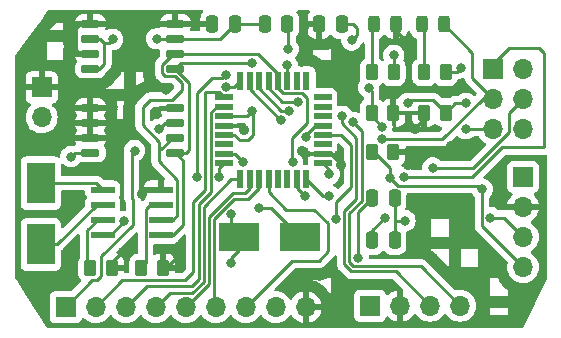
<source format=gtl>
%TF.GenerationSoftware,KiCad,Pcbnew,8.0.1*%
%TF.CreationDate,2024-07-18T02:30:47+05:30*%
%TF.ProjectId,MCU_datalogger_PCB,4d43555f-6461-4746-916c-6f676765725f,1*%
%TF.SameCoordinates,Original*%
%TF.FileFunction,Copper,L1,Top*%
%TF.FilePolarity,Positive*%
%FSLAX46Y46*%
G04 Gerber Fmt 4.6, Leading zero omitted, Abs format (unit mm)*
G04 Created by KiCad (PCBNEW 8.0.1) date 2024-07-18 02:30:47*
%MOMM*%
%LPD*%
G01*
G04 APERTURE LIST*
G04 Aperture macros list*
%AMRoundRect*
0 Rectangle with rounded corners*
0 $1 Rounding radius*
0 $2 $3 $4 $5 $6 $7 $8 $9 X,Y pos of 4 corners*
0 Add a 4 corners polygon primitive as box body*
4,1,4,$2,$3,$4,$5,$6,$7,$8,$9,$2,$3,0*
0 Add four circle primitives for the rounded corners*
1,1,$1+$1,$2,$3*
1,1,$1+$1,$4,$5*
1,1,$1+$1,$6,$7*
1,1,$1+$1,$8,$9*
0 Add four rect primitives between the rounded corners*
20,1,$1+$1,$2,$3,$4,$5,0*
20,1,$1+$1,$4,$5,$6,$7,0*
20,1,$1+$1,$6,$7,$8,$9,0*
20,1,$1+$1,$8,$9,$2,$3,0*%
G04 Aperture macros list end*
%TA.AperFunction,SMDPad,CuDef*%
%ADD10RoundRect,0.150000X-0.650000X-0.150000X0.650000X-0.150000X0.650000X0.150000X-0.650000X0.150000X0*%
%TD*%
%TA.AperFunction,SMDPad,CuDef*%
%ADD11RoundRect,0.068750X-0.666250X-0.206250X0.666250X-0.206250X0.666250X0.206250X-0.666250X0.206250X0*%
%TD*%
%TA.AperFunction,SMDPad,CuDef*%
%ADD12RoundRect,0.068750X-0.206250X-0.666250X0.206250X-0.666250X0.206250X0.666250X-0.206250X0.666250X0*%
%TD*%
%TA.AperFunction,SMDPad,CuDef*%
%ADD13RoundRect,0.073750X-0.911250X-0.221250X0.911250X-0.221250X0.911250X0.221250X-0.911250X0.221250X0*%
%TD*%
%TA.AperFunction,ComponentPad*%
%ADD14R,1.700000X1.700000*%
%TD*%
%TA.AperFunction,ComponentPad*%
%ADD15O,1.700000X1.700000*%
%TD*%
%TA.AperFunction,SMDPad,CuDef*%
%ADD16RoundRect,0.243750X-0.243750X-0.456250X0.243750X-0.456250X0.243750X0.456250X-0.243750X0.456250X0*%
%TD*%
%TA.AperFunction,SMDPad,CuDef*%
%ADD17RoundRect,0.250000X0.262500X0.450000X-0.262500X0.450000X-0.262500X-0.450000X0.262500X-0.450000X0*%
%TD*%
%TA.AperFunction,SMDPad,CuDef*%
%ADD18RoundRect,0.250000X-0.250000X-0.475000X0.250000X-0.475000X0.250000X0.475000X-0.250000X0.475000X0*%
%TD*%
%TA.AperFunction,SMDPad,CuDef*%
%ADD19RoundRect,0.250000X-0.262500X-0.450000X0.262500X-0.450000X0.262500X0.450000X-0.262500X0.450000X0*%
%TD*%
%TA.AperFunction,SMDPad,CuDef*%
%ADD20R,3.500000X2.400000*%
%TD*%
%TA.AperFunction,SMDPad,CuDef*%
%ADD21RoundRect,0.250000X0.250000X0.475000X-0.250000X0.475000X-0.250000X-0.475000X0.250000X-0.475000X0*%
%TD*%
%TA.AperFunction,SMDPad,CuDef*%
%ADD22R,2.400000X3.500000*%
%TD*%
%TA.AperFunction,ViaPad*%
%ADD23C,0.900000*%
%TD*%
%TA.AperFunction,ViaPad*%
%ADD24C,0.800000*%
%TD*%
%TA.AperFunction,Conductor*%
%ADD25C,0.250000*%
%TD*%
%TA.AperFunction,Conductor*%
%ADD26C,0.350000*%
%TD*%
G04 APERTURE END LIST*
D10*
%TO.P,U2,1,A0*%
%TO.N,/Vcc*%
X115750000Y-81785000D03*
%TO.P,U2,2,A1*%
%TO.N,GND*%
X115750000Y-83055000D03*
%TO.P,U2,3,A2*%
%TO.N,/Vcc*%
X115750000Y-84325000D03*
%TO.P,U2,4,GND*%
%TO.N,GND*%
X115750000Y-85595000D03*
%TO.P,U2,5,SDA*%
%TO.N,/SDA*%
X122950000Y-85595000D03*
%TO.P,U2,6,SCL*%
%TO.N,/SCL*%
X122950000Y-84325000D03*
%TO.P,U2,7,WP*%
%TO.N,GND*%
X122950000Y-83055000D03*
%TO.P,U2,8,VCC*%
%TO.N,/Vcc*%
X122950000Y-81785000D03*
%TD*%
D11*
%TO.P,U3,1,PD3*%
%TO.N,/D3*%
X127070000Y-88005000D03*
%TO.P,U3,2,PD4*%
%TO.N,/D4*%
X127070000Y-88805000D03*
%TO.P,U3,3,GND*%
%TO.N,GND*%
X127070000Y-89605000D03*
%TO.P,U3,4,VCC*%
%TO.N,/Vcc*%
X127070000Y-90405000D03*
%TO.P,U3,5,GND*%
%TO.N,GND*%
X127070000Y-91205000D03*
%TO.P,U3,6,VCC*%
%TO.N,unconnected-(U3-VCC-Pad6)*%
X127070000Y-92005000D03*
%TO.P,U3,7,PB6*%
%TO.N,Net-(U3-PB6)*%
X127070000Y-92805000D03*
%TO.P,U3,8,PB7*%
%TO.N,Net-(U3-PB7)*%
X127070000Y-93605000D03*
D12*
%TO.P,U3,9,PD5*%
%TO.N,/D5*%
X128440000Y-94975000D03*
%TO.P,U3,10,PD6*%
%TO.N,/D6*%
X129240000Y-94975000D03*
%TO.P,U3,11,PD7*%
%TO.N,/D7*%
X130040000Y-94975000D03*
%TO.P,U3,12,PB0*%
%TO.N,/D8*%
X130840000Y-94975000D03*
%TO.P,U3,13,PB1*%
%TO.N,unconnected-(U3-PB1-Pad13)*%
X131640000Y-94975000D03*
%TO.P,U3,14,PB2*%
%TO.N,unconnected-(U3-PB2-Pad14)*%
X132440000Y-94975000D03*
%TO.P,U3,15,PB3*%
%TO.N,/MOSI*%
X133240000Y-94975000D03*
%TO.P,U3,16,PB4*%
%TO.N,/MISO*%
X134040000Y-94975000D03*
D11*
%TO.P,U3,17,PB5*%
%TO.N,/SCK*%
X135410000Y-93605000D03*
%TO.P,U3,18,AVCC*%
%TO.N,/Vcc*%
X135410000Y-92805000D03*
%TO.P,U3,19,ADC6*%
%TO.N,unconnected-(U3-ADC6-Pad19)*%
X135410000Y-92005000D03*
%TO.P,U3,20,AREF*%
%TO.N,Net-(U3-AREF)*%
X135410000Y-91205000D03*
%TO.P,U3,21,GND*%
%TO.N,GND*%
X135410000Y-90405000D03*
%TO.P,U3,22,ADC7*%
%TO.N,unconnected-(U3-ADC7-Pad22)*%
X135410000Y-89605000D03*
%TO.P,U3,23,PC0*%
%TO.N,unconnected-(U3-PC0-Pad23)*%
X135410000Y-88805000D03*
%TO.P,U3,24,PC1*%
%TO.N,unconnected-(U3-PC1-Pad24)*%
X135410000Y-88005000D03*
D12*
%TO.P,U3,25,PC2*%
%TO.N,unconnected-(U3-PC2-Pad25)*%
X134040000Y-86635000D03*
%TO.P,U3,26,PC3*%
%TO.N,unconnected-(U3-PC3-Pad26)*%
X133240000Y-86635000D03*
%TO.P,U3,27,PC4*%
%TO.N,/SDA*%
X132440000Y-86635000D03*
%TO.P,U3,28,PC5*%
%TO.N,/SCL*%
X131640000Y-86635000D03*
%TO.P,U3,29,PC6/~{RESET}*%
%TO.N,/RESET*%
X130840000Y-86635000D03*
%TO.P,U3,30,PD0*%
%TO.N,/Rx*%
X130040000Y-86635000D03*
%TO.P,U3,31,PD1*%
%TO.N,/Tx*%
X129240000Y-86635000D03*
%TO.P,U3,32,PD2*%
%TO.N,/D2*%
X128440000Y-86635000D03*
%TD*%
D10*
%TO.P,U1,1,A0*%
%TO.N,/Vcc*%
X115750000Y-88915000D03*
%TO.P,U1,2,A1*%
X115750000Y-90185000D03*
%TO.P,U1,3,A2*%
X115750000Y-91455000D03*
%TO.P,U1,4,GND*%
%TO.N,GND*%
X115750000Y-92725000D03*
%TO.P,U1,5,SDA*%
%TO.N,/SDA*%
X122960000Y-92720000D03*
%TO.P,U1,6,SCL*%
%TO.N,/SCL*%
X122950000Y-91455000D03*
%TO.P,U1,7,WP*%
%TO.N,GND*%
X122950000Y-90185000D03*
%TO.P,U1,8,VCC*%
%TO.N,/Vcc*%
X122950000Y-88915000D03*
%TD*%
D13*
%TO.P,U4,1,X1*%
%TO.N,Net-(U4-X1)*%
X116802000Y-95849000D03*
%TO.P,U4,2,X2*%
%TO.N,Net-(U4-X2)*%
X116802000Y-97119000D03*
%TO.P,U4,3,~{INTA}*%
%TO.N,Net-(U4-~{INTA})*%
X116802000Y-98389000D03*
%TO.P,U4,4,GND*%
%TO.N,GND*%
X116802000Y-99659000D03*
%TO.P,U4,5,SDA*%
%TO.N,/SDA*%
X121752000Y-99659000D03*
%TO.P,U4,6,SCL*%
%TO.N,/SCL*%
X121752000Y-98389000D03*
%TO.P,U4,7,SQW/~INT*%
%TO.N,Net-(U4-SQW{slash}~INT)*%
X121752000Y-97119000D03*
%TO.P,U4,8,VCC*%
%TO.N,/Vcc*%
X121752000Y-95849000D03*
%TD*%
D14*
%TO.P,J2,1,Pin_1*%
%TO.N,GND*%
X139446000Y-105664000D03*
D15*
%TO.P,J2,2,Pin_2*%
%TO.N,/Vcc*%
X141986000Y-105664000D03*
%TO.P,J2,3,Pin_3*%
%TO.N,/Rx*%
X144526000Y-105664000D03*
%TO.P,J2,4,Pin_4*%
%TO.N,/Tx*%
X147066000Y-105664000D03*
%TD*%
D16*
%TO.P,D2,1,K*%
%TO.N,Net-(D2-K)*%
X139732500Y-81840000D03*
%TO.P,D2,2,A*%
%TO.N,/Vcc*%
X141607500Y-81840000D03*
%TD*%
D17*
%TO.P,R1,1*%
%TO.N,/Vcc*%
X117575500Y-102453000D03*
%TO.P,R1,2*%
%TO.N,Net-(U4-~{INTA})*%
X115750500Y-102453000D03*
%TD*%
D18*
%TO.P,C3,1*%
%TO.N,GND*%
X130515000Y-81825000D03*
%TO.P,C3,2*%
%TO.N,Net-(U3-PB7)*%
X132415000Y-81825000D03*
%TD*%
D19*
%TO.P,R6,1*%
%TO.N,/Vcc*%
X144003000Y-89319000D03*
%TO.P,R6,2*%
%TO.N,/RESET*%
X145828000Y-89319000D03*
%TD*%
D14*
%TO.P,J1,1,Pin_1*%
%TO.N,GND*%
X152390000Y-94750000D03*
D15*
%TO.P,J1,2,Pin_2*%
%TO.N,/Vcc*%
X152390000Y-97290000D03*
%TO.P,J1,3,Pin_3*%
%TO.N,/SDA*%
X152390000Y-99830000D03*
%TO.P,J1,4,Pin_4*%
%TO.N,/SCL*%
X152390000Y-102370000D03*
%TD*%
D14*
%TO.P,J3,1,Pin_1*%
%TO.N,/D2*%
X113665000Y-105791000D03*
D15*
%TO.P,J3,2,Pin_2*%
%TO.N,/D3*%
X116205000Y-105791000D03*
%TO.P,J3,3,Pin_3*%
%TO.N,/D4*%
X118745000Y-105791000D03*
%TO.P,J3,4,Pin_4*%
%TO.N,/D5*%
X121285000Y-105791000D03*
%TO.P,J3,5,Pin_5*%
%TO.N,/D6*%
X123825000Y-105791000D03*
%TO.P,J3,6,Pin_6*%
%TO.N,/D7*%
X126365000Y-105791000D03*
%TO.P,J3,7,Pin_7*%
%TO.N,/D8*%
X128905000Y-105791000D03*
%TO.P,J3,8,Pin_8*%
%TO.N,GND*%
X131445000Y-105791000D03*
%TO.P,J3,9,Pin_9*%
%TO.N,/Vcc*%
X133985000Y-105791000D03*
%TD*%
D17*
%TO.P,R2,1*%
%TO.N,/Vcc*%
X121893500Y-102453000D03*
%TO.P,R2,2*%
%TO.N,Net-(U4-SQW{slash}~INT)*%
X120068500Y-102453000D03*
%TD*%
D14*
%TO.P,BT1,1,+*%
%TO.N,/Vcc*%
X111630000Y-87180000D03*
D15*
%TO.P,BT1,2,-*%
%TO.N,GND*%
X111630000Y-89720000D03*
%TD*%
D19*
%TO.P,R7,1*%
%TO.N,Net-(D2-K)*%
X139605000Y-85890000D03*
%TO.P,R7,2*%
%TO.N,GND*%
X141430000Y-85890000D03*
%TD*%
D17*
%TO.P,R4,1*%
%TO.N,/Vcc*%
X141406500Y-89319000D03*
%TO.P,R4,2*%
%TO.N,/SDA*%
X139581500Y-89319000D03*
%TD*%
D14*
%TO.P,J4,1,Pin_1*%
%TO.N,/MISO*%
X149860000Y-85598000D03*
D15*
%TO.P,J4,2,Pin_2*%
%TO.N,/Vcc*%
X152400000Y-85598000D03*
%TO.P,J4,3,Pin_3*%
%TO.N,/SCK*%
X149860000Y-88138000D03*
%TO.P,J4,4,Pin_4*%
%TO.N,/MOSI*%
X152400000Y-88138000D03*
%TO.P,J4,5,Pin_5*%
%TO.N,/RESET*%
X149860000Y-90678000D03*
%TO.P,J4,6,Pin_6*%
%TO.N,GND*%
X152400000Y-90678000D03*
%TD*%
D20*
%TO.P,Y2,1,1*%
%TO.N,Net-(U3-PB7)*%
X133537000Y-99822000D03*
%TO.P,Y2,2,2*%
%TO.N,Net-(U3-PB6)*%
X128337000Y-99822000D03*
%TD*%
D21*
%TO.P,C2,1*%
%TO.N,GND*%
X141510000Y-96558000D03*
%TO.P,C2,2*%
%TO.N,Net-(U3-PB6)*%
X139610000Y-96558000D03*
%TD*%
D16*
%TO.P,D1,1,K*%
%TO.N,Net-(D1-K)*%
X143796500Y-81840000D03*
%TO.P,D1,2,A*%
%TO.N,/SCK*%
X145671500Y-81840000D03*
%TD*%
D21*
%TO.P,C4,1*%
%TO.N,GND*%
X141510000Y-100114000D03*
%TO.P,C4,2*%
%TO.N,Net-(U3-AREF)*%
X139610000Y-100114000D03*
%TD*%
D17*
%TO.P,R3,1*%
%TO.N,/Vcc*%
X141406500Y-92621000D03*
%TO.P,R3,2*%
%TO.N,/SCL*%
X139581500Y-92621000D03*
%TD*%
D18*
%TO.P,C5,1*%
%TO.N,/Vcc*%
X135148000Y-81825000D03*
%TO.P,C5,2*%
%TO.N,GND*%
X137048000Y-81825000D03*
%TD*%
D17*
%TO.P,R5,1*%
%TO.N,GND*%
X145851500Y-85890000D03*
%TO.P,R5,2*%
%TO.N,Net-(D1-K)*%
X144026500Y-85890000D03*
%TD*%
D21*
%TO.P,C1,1*%
%TO.N,GND*%
X127970000Y-81825000D03*
%TO.P,C1,2*%
%TO.N,/Vcc*%
X126070000Y-81825000D03*
%TD*%
D22*
%TO.P,Y1,1,1*%
%TO.N,Net-(U4-X2)*%
X111540000Y-100480000D03*
%TO.P,Y1,2,2*%
%TO.N,Net-(U4-X1)*%
X111540000Y-95280000D03*
%TD*%
D23*
%TO.N,/Vcc*%
X142650000Y-93730000D03*
X137005000Y-93730000D03*
D24*
X122120000Y-87410000D03*
%TO.N,Net-(U3-PB7)*%
X127227291Y-86111986D03*
X132510000Y-83930000D03*
%TO.N,Net-(U3-AREF)*%
X136514394Y-98315742D03*
%TO.N,/Tx*%
X137996888Y-90120180D03*
%TO.N,/Rx*%
X137082814Y-89615000D03*
%TO.N,/Tx*%
X131920364Y-89909469D03*
%TO.N,/Rx*%
X132565029Y-89145000D03*
%TO.N,Net-(U3-PB7)*%
X130010000Y-97360000D03*
%TO.N,Net-(U3-PB6)*%
X128700000Y-93470000D03*
X127660000Y-102070000D03*
%TO.N,/RESET*%
X147542347Y-88532347D03*
X147540000Y-90678000D03*
%TO.N,/SCL*%
X141143847Y-94883847D03*
X132870000Y-93500000D03*
%TO.N,/SDA*%
X132410000Y-85290000D03*
X129430000Y-85080000D03*
%TO.N,/MOSI*%
X133945000Y-96415000D03*
%TO.N,GND*%
X133980000Y-91370000D03*
X114110000Y-93030000D03*
X118627347Y-98517347D03*
X121530775Y-90730000D03*
X142380000Y-98460000D03*
X129410000Y-89200000D03*
X137880000Y-83170000D03*
X121380000Y-83060000D03*
X141440000Y-84460000D03*
X117630000Y-83110000D03*
X147130000Y-85520000D03*
D23*
%TO.N,/Vcc*%
X118490000Y-101140000D03*
X146303895Y-92106317D03*
X120130000Y-96210000D03*
X121335000Y-89220000D03*
X133860000Y-82030000D03*
X133660000Y-92559565D03*
X123410000Y-101300000D03*
X143270000Y-90660000D03*
X142470000Y-83260000D03*
X128727998Y-90821064D03*
D24*
%TO.N,Net-(U3-PB6)*%
X127667153Y-97917153D03*
X138414394Y-101585000D03*
%TO.N,Net-(U3-PB7)*%
X126680000Y-94790000D03*
X124775000Y-94790000D03*
%TO.N,Net-(U3-AREF)*%
X140690000Y-98195000D03*
%TO.N,/SCK*%
X135995861Y-94490555D03*
X140461192Y-91579575D03*
%TO.N,/SCL*%
X148920000Y-95800000D03*
%TO.N,/SDA*%
X149630000Y-98200000D03*
X140440305Y-90489695D03*
X139320000Y-87190000D03*
%TO.N,/D2*%
X127220000Y-87130000D03*
X119500000Y-92530000D03*
%TO.N,/MISO*%
X135995000Y-96380000D03*
X142270000Y-94783000D03*
%TO.N,/MOSI*%
X144740000Y-94010000D03*
%TO.N,/RESET*%
X133365000Y-88420000D03*
X142650000Y-88520000D03*
%TD*%
D25*
%TO.N,/SCL*%
X148920000Y-95800000D02*
X148628000Y-95508000D01*
X148920000Y-95800000D02*
X148905000Y-95815000D01*
X148905000Y-98885000D02*
X152390000Y-102370000D01*
X141768000Y-95508000D02*
X141143847Y-94883847D01*
X148628000Y-95508000D02*
X141768000Y-95508000D01*
X148905000Y-95815000D02*
X148905000Y-98885000D01*
%TO.N,Net-(U3-PB6)*%
X127660000Y-101660000D02*
X128337000Y-100983000D01*
X127660000Y-102070000D02*
X127660000Y-101660000D01*
X128337000Y-100983000D02*
X128337000Y-99822000D01*
%TO.N,/D2*%
X115928000Y-103528000D02*
X113665000Y-105791000D01*
X116328810Y-103528000D02*
X115928000Y-103528000D01*
X116688000Y-103168810D02*
X116328810Y-103528000D01*
X116688000Y-101482000D02*
X116688000Y-103168810D01*
X119380000Y-96680000D02*
X119380000Y-98790000D01*
X119240000Y-96540000D02*
X119380000Y-96680000D01*
X119240000Y-92790000D02*
X119240000Y-96540000D01*
X119500000Y-92530000D02*
X119240000Y-92790000D01*
X119380000Y-98790000D02*
X116688000Y-101482000D01*
%TO.N,/SCL*%
X121550000Y-91774530D02*
X121550000Y-92430000D01*
X120180000Y-90404530D02*
X121550000Y-91774530D01*
X120800000Y-88220000D02*
X120180000Y-88840000D01*
X120180000Y-88840000D02*
X120180000Y-90404530D01*
X122690000Y-88220000D02*
X120800000Y-88220000D01*
X122099092Y-86220000D02*
X122938604Y-86220000D01*
X123490000Y-86771396D02*
X123490000Y-87420000D01*
X121825000Y-85945908D02*
X122099092Y-86220000D01*
X121825000Y-85244092D02*
X121825000Y-85945908D01*
X122744092Y-84325000D02*
X121825000Y-85244092D01*
X122938604Y-86220000D02*
X123490000Y-86771396D01*
X122950000Y-84325000D02*
X122744092Y-84325000D01*
X123490000Y-87420000D02*
X122690000Y-88220000D01*
X121550000Y-93430000D02*
X121550000Y-92430000D01*
X121550000Y-92430000D02*
X121774092Y-92430000D01*
X123112000Y-94992000D02*
X121550000Y-93430000D01*
X122749092Y-91455000D02*
X122950000Y-91455000D01*
X121774092Y-92430000D02*
X122749092Y-91455000D01*
X122737000Y-98389000D02*
X121752000Y-98389000D01*
X123112000Y-98014000D02*
X122737000Y-98389000D01*
X123112000Y-94992000D02*
X123112000Y-98014000D01*
%TO.N,Net-(U3-PB7)*%
X127227291Y-86111986D02*
X126934277Y-86405000D01*
X126018604Y-86405000D02*
X124775000Y-87648604D01*
X124775000Y-87648604D02*
X124775000Y-94790000D01*
X126934277Y-86405000D02*
X126018604Y-86405000D01*
%TO.N,/SCL*%
X141143847Y-93961657D02*
X141143847Y-94883847D01*
X139803190Y-92621000D02*
X141143847Y-93961657D01*
X139581500Y-92621000D02*
X139803190Y-92621000D01*
D26*
%TO.N,/Vcc*%
X145789212Y-92621000D02*
X142720000Y-92621000D01*
X142720000Y-92621000D02*
X141406500Y-92621000D01*
X142650000Y-93730000D02*
X142650000Y-92691000D01*
X142650000Y-92691000D02*
X142720000Y-92621000D01*
D25*
%TO.N,/MOSI*%
X151225000Y-89313000D02*
X152400000Y-88138000D01*
X144740000Y-94010000D02*
X148189701Y-94010000D01*
X148189701Y-94010000D02*
X151225000Y-90974701D01*
X151225000Y-90974701D02*
X151225000Y-89313000D01*
%TO.N,/SDA*%
X122950000Y-85595000D02*
X124125000Y-86770000D01*
X124125000Y-86770000D02*
X124125000Y-92485000D01*
%TO.N,/D3*%
X118468000Y-103528000D02*
X123762000Y-103528000D01*
X116205000Y-105791000D02*
X118468000Y-103528000D01*
X124462000Y-102828000D02*
X124462000Y-96900208D01*
X123762000Y-103528000D02*
X124462000Y-102828000D01*
X126625000Y-87560000D02*
X127070000Y-88005000D01*
X124462000Y-96900208D02*
X125500000Y-95862208D01*
X125500000Y-95862208D02*
X125500000Y-87560000D01*
X125500000Y-87560000D02*
X126625000Y-87560000D01*
D26*
%TO.N,/Vcc*%
X146303895Y-92106317D02*
X145789212Y-92621000D01*
X137005000Y-93627328D02*
X137005000Y-93730000D01*
X136182672Y-92805000D02*
X137005000Y-93627328D01*
X135410000Y-92805000D02*
X136182672Y-92805000D01*
D25*
%TO.N,Net-(U3-AREF)*%
X136995000Y-91205000D02*
X135410000Y-91205000D01*
X137830000Y-95570305D02*
X137830000Y-92040000D01*
X137830000Y-92040000D02*
X136995000Y-91205000D01*
X136514394Y-98315742D02*
X136514394Y-96885911D01*
X136514394Y-96885911D02*
X137830000Y-95570305D01*
%TO.N,/Rx*%
X141622000Y-102760000D02*
X144526000Y-105664000D01*
X137844604Y-102760000D02*
X141622000Y-102760000D01*
X138280000Y-96615208D02*
X137239394Y-97655814D01*
X137239394Y-97655814D02*
X137239394Y-102154790D01*
X137082814Y-90231411D02*
X138280000Y-91428597D01*
X137239394Y-102154790D02*
X137844604Y-102760000D01*
X137082814Y-89615000D02*
X137082814Y-90231411D01*
X138280000Y-91428597D02*
X138280000Y-96615208D01*
%TO.N,/Tx*%
X137689394Y-101968394D02*
X138031000Y-102310000D01*
X143712000Y-102310000D02*
X147066000Y-105664000D01*
X137689394Y-97842210D02*
X137689394Y-101968394D01*
X138031000Y-102310000D02*
X143712000Y-102310000D01*
X138730000Y-90853292D02*
X138730000Y-96801604D01*
X138730000Y-96801604D02*
X137689394Y-97842210D01*
X137996888Y-90120180D02*
X138730000Y-90853292D01*
D26*
%TO.N,/Vcc*%
X133905435Y-92805000D02*
X135410000Y-92805000D01*
X133660000Y-92559565D02*
X133905435Y-92805000D01*
D25*
%TO.N,GND*%
X129552998Y-91167002D02*
X129552998Y-89342998D01*
X129073936Y-91646064D02*
X129552998Y-91167002D01*
X129552998Y-89342998D02*
X129410000Y-89200000D01*
X128386271Y-91646064D02*
X129073936Y-91646064D01*
X127945207Y-91205000D02*
X128386271Y-91646064D01*
X127070000Y-91205000D02*
X127945207Y-91205000D01*
%TO.N,Net-(U3-PB7)*%
X132510000Y-81920000D02*
X132415000Y-81825000D01*
X132510000Y-83930000D02*
X132510000Y-81920000D01*
%TO.N,Net-(U3-AREF)*%
X139610000Y-99275000D02*
X139610000Y-100114000D01*
X140690000Y-98195000D02*
X139610000Y-99275000D01*
%TO.N,/SCK*%
X148962000Y-88138000D02*
X149860000Y-88138000D01*
X140461192Y-91579575D02*
X140495917Y-91544850D01*
X140495917Y-91544850D02*
X145555150Y-91544850D01*
X145555150Y-91544850D02*
X148962000Y-88138000D01*
%TO.N,/MISO*%
X149860000Y-85190000D02*
X149860000Y-85598000D01*
X153710000Y-83850000D02*
X151200000Y-83850000D01*
X154120000Y-92260000D02*
X154120000Y-84260000D01*
X142273000Y-94780000D02*
X148100000Y-94780000D01*
X142270000Y-94783000D02*
X142273000Y-94780000D01*
X151200000Y-83850000D02*
X149860000Y-85190000D01*
X154120000Y-84260000D02*
X153710000Y-83850000D01*
X150620000Y-92260000D02*
X154120000Y-92260000D01*
X148100000Y-94780000D02*
X150620000Y-92260000D01*
%TO.N,/Tx*%
X129240000Y-87310000D02*
X129240000Y-86635000D01*
X131839469Y-89909469D02*
X129240000Y-87310000D01*
X131920364Y-89909469D02*
X131839469Y-89909469D01*
%TO.N,/Rx*%
X130040000Y-87266252D02*
X130040000Y-86635000D01*
X132565029Y-89145000D02*
X131918748Y-89145000D01*
X131918748Y-89145000D02*
X130040000Y-87266252D01*
%TO.N,/RESET*%
X130840000Y-87266252D02*
X130840000Y-86635000D01*
X131993748Y-88420000D02*
X130840000Y-87266252D01*
X133365000Y-88420000D02*
X131993748Y-88420000D01*
%TO.N,/SCL*%
X134090000Y-90234695D02*
X132835000Y-91489695D01*
X132068748Y-87695000D02*
X133695000Y-87695000D01*
X133695000Y-87695000D02*
X134090000Y-88090000D01*
X131640000Y-87266252D02*
X132068748Y-87695000D01*
X134090000Y-88090000D02*
X134090000Y-90234695D01*
X132835000Y-93465000D02*
X132870000Y-93500000D01*
X131640000Y-86635000D02*
X131640000Y-87266252D01*
X132835000Y-91489695D02*
X132835000Y-93465000D01*
%TO.N,GND*%
X133980000Y-91370000D02*
X133980000Y-91203748D01*
X133980000Y-91203748D02*
X134778748Y-90405000D01*
X134778748Y-90405000D02*
X135410000Y-90405000D01*
%TO.N,Net-(U3-PB7)*%
X130010000Y-97360000D02*
X131075000Y-97360000D01*
X131075000Y-97360000D02*
X133537000Y-99822000D01*
%TO.N,Net-(U3-PB6)*%
X128035000Y-92805000D02*
X127070000Y-92805000D01*
X128700000Y-93470000D02*
X128035000Y-92805000D01*
X138414394Y-97753606D02*
X139610000Y-96558000D01*
X138414394Y-101585000D02*
X138414394Y-97753606D01*
%TO.N,/RESET*%
X147542347Y-88532347D02*
X146614653Y-88532347D01*
X146614653Y-88532347D02*
X145828000Y-89319000D01*
X147540000Y-90678000D02*
X147447306Y-90678000D01*
X149860000Y-90678000D02*
X147540000Y-90678000D01*
%TO.N,/D8*%
X134710000Y-97520000D02*
X132353748Y-97520000D01*
X135890000Y-98700000D02*
X134710000Y-97520000D01*
X135890000Y-101069000D02*
X135890000Y-98700000D01*
X132826000Y-101870000D02*
X135089000Y-101870000D01*
X128905000Y-105791000D02*
X132826000Y-101870000D01*
X135089000Y-101870000D02*
X135890000Y-101069000D01*
X132353748Y-97520000D02*
X130840000Y-96006252D01*
X130840000Y-96006252D02*
X130840000Y-94975000D01*
%TO.N,/SDA*%
X132410000Y-86605000D02*
X132440000Y-86635000D01*
X132410000Y-85290000D02*
X132410000Y-86605000D01*
X123465000Y-85080000D02*
X129430000Y-85080000D01*
X122950000Y-85595000D02*
X123465000Y-85080000D01*
%TO.N,/SCL*%
X131640000Y-86003748D02*
X131640000Y-86635000D01*
X129961252Y-84325000D02*
X131640000Y-86003748D01*
X122950000Y-84325000D02*
X129961252Y-84325000D01*
%TO.N,/MOSI*%
X133240000Y-95710000D02*
X133240000Y-94975000D01*
X133945000Y-96415000D02*
X133240000Y-95710000D01*
%TO.N,GND*%
X137955000Y-81825000D02*
X138300000Y-82170000D01*
X146760000Y-85890000D02*
X147130000Y-85520000D01*
X141430000Y-84470000D02*
X141430000Y-85890000D01*
X116925000Y-83430001D02*
X117309999Y-83430001D01*
X126740000Y-83055000D02*
X127970000Y-81825000D01*
X117485694Y-99659000D02*
X118627347Y-98517347D01*
X114415000Y-92725000D02*
X114110000Y-93030000D01*
X116925000Y-85175000D02*
X116505000Y-85595000D01*
X116802000Y-99659000D02*
X117485694Y-99659000D01*
X116925000Y-83430001D02*
X116925000Y-85175000D01*
X141440000Y-84460000D02*
X141430000Y-84470000D01*
X122950000Y-83055000D02*
X126740000Y-83055000D01*
X141510000Y-98460000D02*
X142380000Y-98460000D01*
X115750000Y-83055000D02*
X116549999Y-83055000D01*
X115750000Y-92725000D02*
X114415000Y-92725000D01*
X138300000Y-82170000D02*
X138300000Y-82750000D01*
X127970000Y-81825000D02*
X130515000Y-81825000D01*
X138300000Y-82750000D02*
X137880000Y-83170000D01*
X137048000Y-81825000D02*
X137955000Y-81825000D01*
X121530775Y-90730000D02*
X122075775Y-90185000D01*
X141510000Y-98460000D02*
X141510000Y-100114000D01*
X145851500Y-85890000D02*
X146760000Y-85890000D01*
X117309999Y-83430001D02*
X117630000Y-83110000D01*
X121385000Y-83055000D02*
X121380000Y-83060000D01*
X141510000Y-96558000D02*
X141510000Y-98460000D01*
X129005000Y-89605000D02*
X129410000Y-89200000D01*
X122950000Y-83055000D02*
X121385000Y-83055000D01*
X122075775Y-90185000D02*
X122950000Y-90185000D01*
X116549999Y-83055000D02*
X116925000Y-83430001D01*
X127070000Y-89605000D02*
X129005000Y-89605000D01*
X116505000Y-85595000D02*
X115750000Y-85595000D01*
D26*
%TO.N,/Vcc*%
X121752000Y-95849000D02*
X120491000Y-95849000D01*
X126030000Y-81785000D02*
X126070000Y-81825000D01*
X121640000Y-88915000D02*
X121335000Y-89220000D01*
X141432500Y-89345000D02*
X143977000Y-89345000D01*
X128311934Y-90405000D02*
X128727998Y-90821064D01*
X114525000Y-82210001D02*
X114525000Y-83290000D01*
X144003000Y-89927000D02*
X143270000Y-90660000D01*
X115750000Y-81785000D02*
X114950001Y-81785000D01*
X114525000Y-84045000D02*
X114805000Y-84325000D01*
X121893500Y-102453000D02*
X122257000Y-102453000D01*
X141607500Y-82397500D02*
X142470000Y-83260000D01*
X114805000Y-84325000D02*
X115750000Y-84325000D01*
X120491000Y-95849000D02*
X120130000Y-96210000D01*
X114525000Y-83290000D02*
X114525000Y-84045000D01*
X141406500Y-89319000D02*
X141432500Y-89345000D01*
X141607500Y-81840000D02*
X141607500Y-82397500D01*
X115750000Y-88915000D02*
X115750000Y-91455000D01*
X143977000Y-89345000D02*
X144003000Y-89319000D01*
X127070000Y-90405000D02*
X128311934Y-90405000D01*
X134065000Y-81825000D02*
X133860000Y-82030000D01*
X122257000Y-102453000D02*
X123410000Y-101300000D01*
X117575500Y-102054500D02*
X118490000Y-101140000D01*
X117575500Y-102453000D02*
X117575500Y-102054500D01*
X122950000Y-88915000D02*
X121640000Y-88915000D01*
X135148000Y-81825000D02*
X134065000Y-81825000D01*
X122950000Y-81785000D02*
X126030000Y-81785000D01*
X144003000Y-89319000D02*
X144003000Y-89927000D01*
X114950001Y-81785000D02*
X114525000Y-82210001D01*
D25*
%TO.N,Net-(U3-PB6)*%
X127667153Y-99152153D02*
X128337000Y-99822000D01*
X127667153Y-97917153D02*
X127667153Y-99152153D01*
%TO.N,Net-(U3-PB7)*%
X126680000Y-94790000D02*
X126680000Y-93995000D01*
X126680000Y-93995000D02*
X127070000Y-93605000D01*
%TO.N,Net-(D1-K)*%
X144026500Y-85890000D02*
X144026500Y-82070000D01*
X144026500Y-82070000D02*
X143796500Y-81840000D01*
%TO.N,/SCK*%
X148100000Y-86378000D02*
X149860000Y-88138000D01*
X135995861Y-94490555D02*
X135995861Y-94190861D01*
X148100000Y-84268500D02*
X148100000Y-86378000D01*
X145671500Y-81840000D02*
X148100000Y-84268500D01*
X135995861Y-94190861D02*
X135410000Y-93605000D01*
%TO.N,Net-(D2-K)*%
X139605000Y-81967500D02*
X139732500Y-81840000D01*
X139605000Y-85890000D02*
X139605000Y-81967500D01*
%TO.N,/SDA*%
X139581500Y-87451500D02*
X139581500Y-89319000D01*
X152390000Y-99830000D02*
X150760000Y-98200000D01*
X121752000Y-99659000D02*
X122737000Y-99659000D01*
X139320000Y-87190000D02*
X139581500Y-87451500D01*
X132470000Y-86665000D02*
X132440000Y-86635000D01*
X150760000Y-98200000D02*
X149630000Y-98200000D01*
X124125000Y-92485000D02*
X123890000Y-92720000D01*
X139581500Y-89319000D02*
X139581500Y-89630890D01*
X123562000Y-98834000D02*
X123562000Y-93322000D01*
X123562000Y-93322000D02*
X122960000Y-92720000D01*
X123890000Y-92720000D02*
X122960000Y-92720000D01*
X124005000Y-92605000D02*
X124125000Y-92485000D01*
X139581500Y-89630890D02*
X140440305Y-90489695D01*
X122737000Y-99659000D02*
X123562000Y-98834000D01*
%TO.N,/Tx*%
X129240000Y-86635000D02*
X129240000Y-86003748D01*
%TO.N,/D6*%
X125812000Y-103804000D02*
X123825000Y-105791000D01*
X127832604Y-96090000D02*
X125812000Y-98110604D01*
X125812000Y-98110604D02*
X125812000Y-103804000D01*
X129240000Y-94975000D02*
X129240000Y-95710000D01*
X128860000Y-96090000D02*
X127832604Y-96090000D01*
X129240000Y-95710000D02*
X128860000Y-96090000D01*
%TO.N,/D7*%
X126262000Y-98297000D02*
X126262000Y-105688000D01*
X126262000Y-105688000D02*
X126365000Y-105791000D01*
X129100000Y-96650000D02*
X127909000Y-96650000D01*
X127909000Y-96650000D02*
X126262000Y-98297000D01*
X130040000Y-94975000D02*
X130040000Y-95710000D01*
X130040000Y-95710000D02*
X129100000Y-96650000D01*
%TO.N,/D2*%
X127945000Y-87130000D02*
X128440000Y-86635000D01*
X127220000Y-87130000D02*
X127945000Y-87130000D01*
%TO.N,/D5*%
X127660000Y-94975000D02*
X128440000Y-94975000D01*
X124363604Y-104616000D02*
X125362000Y-103617604D01*
X125362000Y-103617604D02*
X125362000Y-97273000D01*
X121285000Y-105791000D02*
X122460000Y-104616000D01*
X122460000Y-104616000D02*
X124363604Y-104616000D01*
X125362000Y-97273000D02*
X127660000Y-94975000D01*
%TO.N,/D4*%
X124365208Y-103978000D02*
X124912000Y-103431208D01*
X126438748Y-88805000D02*
X127070000Y-88805000D01*
X120558000Y-103978000D02*
X124365208Y-103978000D01*
X125950000Y-96048604D02*
X125950000Y-89293748D01*
X125950000Y-89293748D02*
X126438748Y-88805000D01*
X124912000Y-97086604D02*
X125950000Y-96048604D01*
X124912000Y-103431208D02*
X124912000Y-97086604D01*
X118745000Y-105791000D02*
X120558000Y-103978000D01*
%TO.N,/MISO*%
X135445000Y-96380000D02*
X135995000Y-96380000D01*
X134040000Y-94975000D02*
X135445000Y-96380000D01*
%TO.N,/RESET*%
X144753000Y-88244000D02*
X145828000Y-89319000D01*
X142926000Y-88244000D02*
X144753000Y-88244000D01*
X142650000Y-88520000D02*
X142926000Y-88244000D01*
%TO.N,Net-(U4-~{INTA})*%
X116373538Y-98389000D02*
X116802000Y-98389000D01*
X115750500Y-102453000D02*
X115492000Y-102194500D01*
X115492000Y-102194500D02*
X115492000Y-99270538D01*
X115492000Y-99270538D02*
X116373538Y-98389000D01*
%TO.N,Net-(U4-SQW{slash}~INT)*%
X120068500Y-102453000D02*
X120440000Y-102081500D01*
X120440000Y-102081500D02*
X120440000Y-97446000D01*
X120767000Y-97119000D02*
X121752000Y-97119000D01*
X120440000Y-97446000D02*
X120767000Y-97119000D01*
%TO.N,Net-(U4-X1)*%
X111540000Y-95280000D02*
X116233000Y-95280000D01*
X116233000Y-95280000D02*
X116802000Y-95849000D01*
%TO.N,Net-(U4-X2)*%
X116281000Y-97119000D02*
X116802000Y-97119000D01*
X111540000Y-100480000D02*
X112920000Y-100480000D01*
X112920000Y-100480000D02*
X116281000Y-97119000D01*
%TD*%
%TA.AperFunction,Conductor*%
%TO.N,/Vcc*%
G36*
X125181162Y-80629094D02*
G01*
X125248156Y-80648930D01*
X125293792Y-80701837D01*
X125303580Y-80771017D01*
X125274412Y-80834508D01*
X125268564Y-80840774D01*
X125227684Y-80881654D01*
X125135643Y-81030875D01*
X125135641Y-81030880D01*
X125080494Y-81197302D01*
X125080493Y-81197309D01*
X125070000Y-81300013D01*
X125070000Y-81575000D01*
X126196000Y-81575000D01*
X126263039Y-81594685D01*
X126308794Y-81647489D01*
X126320000Y-81699000D01*
X126320000Y-81951000D01*
X126300315Y-82018039D01*
X126247511Y-82063794D01*
X126196000Y-82075000D01*
X125070001Y-82075000D01*
X125070001Y-82305500D01*
X125050316Y-82372539D01*
X124997512Y-82418294D01*
X124946001Y-82429500D01*
X124280111Y-82429500D01*
X124213072Y-82409815D01*
X124167317Y-82357011D01*
X124157373Y-82287853D01*
X124173379Y-82242379D01*
X124201281Y-82195198D01*
X124247100Y-82037486D01*
X124247295Y-82035001D01*
X124247295Y-82035000D01*
X121652705Y-82035000D01*
X121652542Y-82035176D01*
X121638304Y-82102945D01*
X121589252Y-82152701D01*
X121521086Y-82168038D01*
X121503275Y-82165585D01*
X121474646Y-82159500D01*
X121285354Y-82159500D01*
X121256726Y-82165585D01*
X121100197Y-82198855D01*
X121100192Y-82198857D01*
X120927270Y-82275848D01*
X120927265Y-82275851D01*
X120774129Y-82387111D01*
X120647466Y-82527785D01*
X120552821Y-82691715D01*
X120552818Y-82691722D01*
X120504793Y-82839529D01*
X120494326Y-82871744D01*
X120474540Y-83060000D01*
X120494326Y-83248256D01*
X120494327Y-83248259D01*
X120552818Y-83428277D01*
X120552821Y-83428284D01*
X120647467Y-83592216D01*
X120744066Y-83699500D01*
X120774129Y-83732888D01*
X120927265Y-83844148D01*
X120927270Y-83844151D01*
X121100192Y-83921142D01*
X121100197Y-83921144D01*
X121285354Y-83960500D01*
X121285355Y-83960500D01*
X121474642Y-83960500D01*
X121474646Y-83960500D01*
X121501959Y-83954694D01*
X121571622Y-83960009D01*
X121627356Y-84002145D01*
X121651463Y-84067725D01*
X121651356Y-84085709D01*
X121649500Y-84109290D01*
X121649500Y-84483639D01*
X121629815Y-84550678D01*
X121613181Y-84571320D01*
X121426269Y-84758232D01*
X121426267Y-84758234D01*
X121402625Y-84781876D01*
X121339142Y-84845358D01*
X121335976Y-84850097D01*
X121306832Y-84893714D01*
X121270688Y-84947806D01*
X121270686Y-84947809D01*
X121251934Y-84993079D01*
X121251935Y-84993080D01*
X121223537Y-85061641D01*
X121223535Y-85061648D01*
X121199500Y-85182481D01*
X121199500Y-85182486D01*
X121199500Y-86007514D01*
X121215492Y-86087913D01*
X121223537Y-86128361D01*
X121230801Y-86145895D01*
X121230802Y-86145899D01*
X121270685Y-86242188D01*
X121270686Y-86242190D01*
X121270688Y-86242194D01*
X121281044Y-86257692D01*
X121301783Y-86288731D01*
X121301785Y-86288733D01*
X121339140Y-86344639D01*
X121339141Y-86344640D01*
X121339142Y-86344641D01*
X121426267Y-86431766D01*
X121426269Y-86431767D01*
X121638426Y-86643925D01*
X121700360Y-86705859D01*
X121802804Y-86774310D01*
X121802803Y-86774310D01*
X121802805Y-86774311D01*
X121802807Y-86774312D01*
X121843739Y-86791266D01*
X121843740Y-86791267D01*
X121843741Y-86791267D01*
X121916640Y-86821463D01*
X121930114Y-86824143D01*
X122005050Y-86839049D01*
X122037485Y-86845501D01*
X122037486Y-86845501D01*
X122166813Y-86845501D01*
X122166833Y-86845500D01*
X122628152Y-86845500D01*
X122695191Y-86865185D01*
X122715833Y-86881819D01*
X122828181Y-86994167D01*
X122861666Y-87055490D01*
X122864500Y-87081848D01*
X122864500Y-87109548D01*
X122844815Y-87176587D01*
X122828181Y-87197229D01*
X122467229Y-87558181D01*
X122405906Y-87591666D01*
X122379548Y-87594500D01*
X120861606Y-87594500D01*
X120738393Y-87594500D01*
X120631022Y-87615857D01*
X120631021Y-87615856D01*
X120617552Y-87618536D01*
X120617549Y-87618536D01*
X120617548Y-87618537D01*
X120617546Y-87618537D01*
X120617545Y-87618538D01*
X120503716Y-87665687D01*
X120405282Y-87731458D01*
X120405283Y-87731459D01*
X120401267Y-87734142D01*
X120401263Y-87734145D01*
X120089551Y-88045858D01*
X119781269Y-88354140D01*
X119781267Y-88354142D01*
X119752412Y-88382997D01*
X119694142Y-88441266D01*
X119667187Y-88481608D01*
X119667186Y-88481609D01*
X119625690Y-88543709D01*
X119625688Y-88543713D01*
X119618346Y-88561440D01*
X119597439Y-88611914D01*
X119578537Y-88657546D01*
X119578535Y-88657554D01*
X119571621Y-88692310D01*
X119571622Y-88692311D01*
X119555020Y-88775782D01*
X119555015Y-88775805D01*
X119554500Y-88778391D01*
X119554500Y-90466140D01*
X119557512Y-90481285D01*
X119578535Y-90586975D01*
X119578538Y-90586986D01*
X119588057Y-90609965D01*
X119588058Y-90609969D01*
X119625685Y-90700810D01*
X119625687Y-90700813D01*
X119625688Y-90700816D01*
X119653689Y-90742722D01*
X119659914Y-90752037D01*
X119659915Y-90752039D01*
X119694140Y-90803261D01*
X119694141Y-90803262D01*
X119694142Y-90803263D01*
X119781267Y-90890388D01*
X119781268Y-90890388D01*
X119788335Y-90897455D01*
X119788334Y-90897455D01*
X119788338Y-90897458D01*
X120888181Y-91997301D01*
X120921666Y-92058624D01*
X120924500Y-92084982D01*
X120924500Y-92368393D01*
X120924500Y-92368394D01*
X120924500Y-93368393D01*
X120924500Y-93491607D01*
X120927055Y-93504451D01*
X120927055Y-93504460D01*
X120943951Y-93589399D01*
X120948535Y-93612444D01*
X120948536Y-93612446D01*
X120948537Y-93612451D01*
X120995688Y-93726286D01*
X121011200Y-93749500D01*
X121064140Y-93828731D01*
X121064141Y-93828732D01*
X121064142Y-93828733D01*
X121151267Y-93915858D01*
X121151268Y-93915858D01*
X121158335Y-93922925D01*
X121158334Y-93922925D01*
X121158338Y-93922928D01*
X122077729Y-94842319D01*
X122111214Y-94903642D01*
X122106230Y-94973334D01*
X122064358Y-95029267D01*
X122004351Y-95051648D01*
X122002000Y-95054000D01*
X122002000Y-95975000D01*
X121982315Y-96042039D01*
X121929511Y-96087794D01*
X121878000Y-96099000D01*
X120267000Y-96099000D01*
X120267000Y-96107863D01*
X120281768Y-96220028D01*
X120281769Y-96220032D01*
X120339578Y-96359598D01*
X120376797Y-96408102D01*
X120401991Y-96473272D01*
X120387953Y-96541716D01*
X120376798Y-96559074D01*
X120339143Y-96608147D01*
X120339141Y-96608151D01*
X120310312Y-96677749D01*
X120283452Y-96717956D01*
X120281161Y-96720248D01*
X120217181Y-96784228D01*
X120155858Y-96817713D01*
X120086166Y-96812729D01*
X120030233Y-96770857D01*
X120005816Y-96705393D01*
X120005500Y-96696547D01*
X120005500Y-96618389D01*
X120002622Y-96603924D01*
X120002621Y-96603919D01*
X119981463Y-96497551D01*
X119981463Y-96497549D01*
X119980992Y-96496414D01*
X119980990Y-96496391D01*
X119980985Y-96496394D01*
X119966757Y-96462046D01*
X119957833Y-96440500D01*
X119934312Y-96383715D01*
X119916828Y-96357549D01*
X119886396Y-96312005D01*
X119865520Y-96245328D01*
X119865500Y-96243116D01*
X119865500Y-95599000D01*
X120267000Y-95599000D01*
X121502000Y-95599000D01*
X121502000Y-95054000D01*
X120803136Y-95054000D01*
X120690971Y-95068768D01*
X120690967Y-95068769D01*
X120551401Y-95126578D01*
X120431547Y-95218547D01*
X120339578Y-95338401D01*
X120281769Y-95477967D01*
X120281768Y-95477971D01*
X120267000Y-95590136D01*
X120267000Y-95599000D01*
X119865500Y-95599000D01*
X119865500Y-93433515D01*
X119885185Y-93366476D01*
X119937989Y-93320721D01*
X119939066Y-93320235D01*
X119946830Y-93316777D01*
X119952730Y-93314151D01*
X120105871Y-93202888D01*
X120232533Y-93062216D01*
X120327179Y-92898284D01*
X120385674Y-92718256D01*
X120405460Y-92530000D01*
X120385674Y-92341744D01*
X120327179Y-92161716D01*
X120232533Y-91997784D01*
X120105871Y-91857112D01*
X120105870Y-91857111D01*
X119952734Y-91745851D01*
X119952729Y-91745848D01*
X119779807Y-91668857D01*
X119779802Y-91668855D01*
X119618169Y-91634500D01*
X119594646Y-91629500D01*
X119405354Y-91629500D01*
X119381831Y-91634500D01*
X119220197Y-91668855D01*
X119220192Y-91668857D01*
X119047270Y-91745848D01*
X119047265Y-91745851D01*
X118894129Y-91857111D01*
X118767466Y-91997785D01*
X118672821Y-92161715D01*
X118672818Y-92161722D01*
X118614327Y-92341740D01*
X118614326Y-92341744D01*
X118594540Y-92530000D01*
X118613299Y-92708489D01*
X118613821Y-92713450D01*
X118614500Y-92726411D01*
X118614500Y-92728394D01*
X118614500Y-96478393D01*
X118614500Y-96601607D01*
X118614500Y-96601609D01*
X118614499Y-96601609D01*
X118620091Y-96629716D01*
X118620091Y-96629718D01*
X118638535Y-96722446D01*
X118638539Y-96722459D01*
X118647018Y-96742927D01*
X118647019Y-96742930D01*
X118685685Y-96836281D01*
X118685688Y-96836286D01*
X118710982Y-96874140D01*
X118710983Y-96874143D01*
X118710984Y-96874143D01*
X118733602Y-96907993D01*
X118754480Y-96974670D01*
X118754500Y-96976884D01*
X118754500Y-97492847D01*
X118734815Y-97559886D01*
X118682011Y-97605641D01*
X118630500Y-97616847D01*
X118532701Y-97616847D01*
X118418947Y-97641026D01*
X118349280Y-97635709D01*
X118293547Y-97593571D01*
X118269442Y-97527991D01*
X118272350Y-97498307D01*
X118271658Y-97498216D01*
X118274874Y-97473793D01*
X118287500Y-97377887D01*
X118287499Y-96860114D01*
X118284362Y-96836286D01*
X118272720Y-96747848D01*
X118272719Y-96747847D01*
X118272719Y-96747841D01*
X118227526Y-96638735D01*
X118214856Y-96608146D01*
X118177518Y-96559487D01*
X118152323Y-96494318D01*
X118166361Y-96425873D01*
X118177518Y-96408513D01*
X118214856Y-96359853D01*
X118223791Y-96338281D01*
X118272719Y-96220159D01*
X118287500Y-96107887D01*
X118287499Y-95590114D01*
X118286477Y-95582352D01*
X118272720Y-95477848D01*
X118272719Y-95477847D01*
X118272719Y-95477841D01*
X118225297Y-95363354D01*
X118214857Y-95338149D01*
X118214856Y-95338148D01*
X118214856Y-95338147D01*
X118122810Y-95218190D01*
X118002853Y-95126144D01*
X118002852Y-95126143D01*
X118002850Y-95126142D01*
X117863162Y-95068282D01*
X117863160Y-95068281D01*
X117863159Y-95068281D01*
X117849125Y-95066433D01*
X117750894Y-95053500D01*
X117750887Y-95053500D01*
X116942452Y-95053500D01*
X116875413Y-95033815D01*
X116854771Y-95017181D01*
X116725928Y-94888338D01*
X116725925Y-94888334D01*
X116725925Y-94888335D01*
X116718859Y-94881269D01*
X116718858Y-94881267D01*
X116631733Y-94794142D01*
X116558446Y-94745173D01*
X116529286Y-94725688D01*
X116529287Y-94725688D01*
X116529285Y-94725687D01*
X116489039Y-94709017D01*
X116448792Y-94692347D01*
X116415453Y-94678537D01*
X116405427Y-94676543D01*
X116355029Y-94666518D01*
X116294610Y-94654500D01*
X116294607Y-94654500D01*
X116294606Y-94654500D01*
X113364499Y-94654500D01*
X113297460Y-94634815D01*
X113251705Y-94582011D01*
X113240499Y-94530500D01*
X113240499Y-93733128D01*
X113260184Y-93666089D01*
X113312988Y-93620334D01*
X113382146Y-93610390D01*
X113445702Y-93639415D01*
X113456646Y-93650153D01*
X113473194Y-93668531D01*
X113504129Y-93702888D01*
X113657265Y-93814148D01*
X113657270Y-93814151D01*
X113830192Y-93891142D01*
X113830197Y-93891144D01*
X114015354Y-93930500D01*
X114015355Y-93930500D01*
X114204644Y-93930500D01*
X114204646Y-93930500D01*
X114389803Y-93891144D01*
X114562730Y-93814151D01*
X114715871Y-93702888D01*
X114842533Y-93562216D01*
X114842533Y-93562215D01*
X114846882Y-93557386D01*
X114847935Y-93558334D01*
X114897382Y-93520191D01*
X114966995Y-93514199D01*
X114976973Y-93516654D01*
X114997431Y-93522598D01*
X115034306Y-93525500D01*
X115034314Y-93525500D01*
X116465686Y-93525500D01*
X116465694Y-93525500D01*
X116502569Y-93522598D01*
X116502571Y-93522597D01*
X116502573Y-93522597D01*
X116580351Y-93500000D01*
X116660398Y-93476744D01*
X116801865Y-93393081D01*
X116918081Y-93276865D01*
X117001744Y-93135398D01*
X117043070Y-92993154D01*
X117047597Y-92977573D01*
X117047598Y-92977567D01*
X117050499Y-92940701D01*
X117050500Y-92940694D01*
X117050500Y-92509306D01*
X117047598Y-92472431D01*
X117047431Y-92471857D01*
X117009991Y-92342989D01*
X117001744Y-92314602D01*
X116918081Y-92173135D01*
X116918078Y-92173132D01*
X116913298Y-92166969D01*
X116915635Y-92165155D01*
X116888798Y-92116050D01*
X116893756Y-92046356D01*
X116914554Y-92013998D01*
X116912903Y-92012717D01*
X116917686Y-92006550D01*
X117001281Y-91865198D01*
X117047100Y-91707486D01*
X117047295Y-91705001D01*
X117047295Y-91705000D01*
X114452705Y-91705000D01*
X114452704Y-91705001D01*
X114452899Y-91707486D01*
X114498718Y-91865198D01*
X114526621Y-91912379D01*
X114543804Y-91980103D01*
X114521644Y-92046365D01*
X114467178Y-92090129D01*
X114419889Y-92099500D01*
X114353389Y-92099500D01*
X114232548Y-92123536D01*
X114230490Y-92124161D01*
X114194497Y-92129500D01*
X114015354Y-92129500D01*
X113982897Y-92136398D01*
X113830197Y-92168855D01*
X113830192Y-92168857D01*
X113657270Y-92245848D01*
X113657265Y-92245851D01*
X113504129Y-92357111D01*
X113377466Y-92497785D01*
X113282821Y-92661715D01*
X113282818Y-92661722D01*
X113224833Y-92840184D01*
X113224326Y-92841744D01*
X113211249Y-92966157D01*
X113205680Y-93019151D01*
X113179095Y-93083765D01*
X113121798Y-93123750D01*
X113051979Y-93126410D01*
X113008048Y-93105455D01*
X112982335Y-93086206D01*
X112982328Y-93086202D01*
X112847482Y-93035908D01*
X112847483Y-93035908D01*
X112787883Y-93029501D01*
X112787881Y-93029500D01*
X112787873Y-93029500D01*
X112787864Y-93029500D01*
X110292129Y-93029500D01*
X110292123Y-93029501D01*
X110232516Y-93035908D01*
X110097671Y-93086202D01*
X110097664Y-93086206D01*
X109982455Y-93172452D01*
X109982452Y-93172455D01*
X109896206Y-93287664D01*
X109896202Y-93287671D01*
X109845908Y-93422517D01*
X109839501Y-93482116D01*
X109839500Y-93482135D01*
X109839500Y-97077870D01*
X109839501Y-97077876D01*
X109845908Y-97137483D01*
X109896202Y-97272328D01*
X109896206Y-97272335D01*
X109982452Y-97387544D01*
X109982455Y-97387547D01*
X110097664Y-97473793D01*
X110097671Y-97473797D01*
X110232517Y-97524091D01*
X110232516Y-97524091D01*
X110239444Y-97524835D01*
X110292127Y-97530500D01*
X112787872Y-97530499D01*
X112847483Y-97524091D01*
X112982331Y-97473796D01*
X113097546Y-97387546D01*
X113183796Y-97272331D01*
X113234091Y-97137483D01*
X113240500Y-97077873D01*
X113240500Y-96029500D01*
X113260185Y-95962461D01*
X113312989Y-95916706D01*
X113364500Y-95905500D01*
X115192501Y-95905500D01*
X115259540Y-95925185D01*
X115305295Y-95977989D01*
X115316501Y-96029500D01*
X115316501Y-96107888D01*
X115331279Y-96220151D01*
X115331282Y-96220162D01*
X115389143Y-96359853D01*
X115426482Y-96408514D01*
X115451676Y-96473684D01*
X115437637Y-96542128D01*
X115426482Y-96559486D01*
X115389143Y-96608146D01*
X115331282Y-96747837D01*
X115331281Y-96747841D01*
X115316500Y-96860105D01*
X115316500Y-97147547D01*
X115296815Y-97214586D01*
X115280181Y-97235228D01*
X113452180Y-99063229D01*
X113390857Y-99096714D01*
X113321165Y-99091730D01*
X113265232Y-99049858D01*
X113240815Y-98984394D01*
X113240499Y-98975548D01*
X113240499Y-98682129D01*
X113240498Y-98682123D01*
X113240497Y-98682116D01*
X113234091Y-98622517D01*
X113216043Y-98574129D01*
X113183797Y-98487671D01*
X113183793Y-98487664D01*
X113097547Y-98372455D01*
X113097544Y-98372452D01*
X112982335Y-98286206D01*
X112982328Y-98286202D01*
X112847482Y-98235908D01*
X112847483Y-98235908D01*
X112787883Y-98229501D01*
X112787881Y-98229500D01*
X112787873Y-98229500D01*
X112787864Y-98229500D01*
X110292129Y-98229500D01*
X110292123Y-98229501D01*
X110232516Y-98235908D01*
X110097671Y-98286202D01*
X110097664Y-98286206D01*
X109982455Y-98372452D01*
X109982452Y-98372455D01*
X109896206Y-98487664D01*
X109896202Y-98487671D01*
X109845908Y-98622517D01*
X109840804Y-98669998D01*
X109839501Y-98682123D01*
X109839500Y-98682135D01*
X109839500Y-102277870D01*
X109839501Y-102277876D01*
X109845908Y-102337483D01*
X109896202Y-102472328D01*
X109896206Y-102472335D01*
X109982452Y-102587544D01*
X109982455Y-102587547D01*
X110097664Y-102673793D01*
X110097671Y-102673797D01*
X110232517Y-102724091D01*
X110232516Y-102724091D01*
X110239444Y-102724835D01*
X110292127Y-102730500D01*
X112787872Y-102730499D01*
X112847483Y-102724091D01*
X112982331Y-102673796D01*
X113097546Y-102587546D01*
X113183796Y-102472331D01*
X113234091Y-102337483D01*
X113240500Y-102277873D01*
X113240499Y-101084410D01*
X113260184Y-101017372D01*
X113295609Y-100981309D01*
X113318733Y-100965858D01*
X113405858Y-100878733D01*
X113405859Y-100878731D01*
X113412925Y-100871665D01*
X113412927Y-100871661D01*
X114654820Y-99629768D01*
X114716142Y-99596285D01*
X114785834Y-99601269D01*
X114841767Y-99643141D01*
X114866184Y-99708605D01*
X114866500Y-99717451D01*
X114866500Y-101545851D01*
X114848039Y-101610947D01*
X114803189Y-101683659D01*
X114803185Y-101683668D01*
X114779320Y-101755688D01*
X114748001Y-101850203D01*
X114748001Y-101850204D01*
X114748000Y-101850204D01*
X114737500Y-101952983D01*
X114737500Y-102953001D01*
X114737501Y-102953019D01*
X114748000Y-103055796D01*
X114748001Y-103055799D01*
X114803185Y-103222331D01*
X114803187Y-103222336D01*
X114838069Y-103278888D01*
X114894020Y-103369601D01*
X114895289Y-103371657D01*
X114959839Y-103436207D01*
X114993324Y-103497530D01*
X114988340Y-103567222D01*
X114959839Y-103611569D01*
X114167227Y-104404181D01*
X114105904Y-104437666D01*
X114079546Y-104440500D01*
X112767129Y-104440500D01*
X112767123Y-104440501D01*
X112707516Y-104446908D01*
X112572671Y-104497202D01*
X112572664Y-104497206D01*
X112457455Y-104583452D01*
X112457452Y-104583455D01*
X112371206Y-104698664D01*
X112371202Y-104698671D01*
X112320908Y-104833517D01*
X112314501Y-104893116D01*
X112314500Y-104893135D01*
X112314500Y-106688870D01*
X112314501Y-106688876D01*
X112320908Y-106748483D01*
X112371202Y-106883328D01*
X112371206Y-106883335D01*
X112457452Y-106998544D01*
X112457455Y-106998547D01*
X112572664Y-107084793D01*
X112572671Y-107084797D01*
X112707517Y-107135091D01*
X112707516Y-107135091D01*
X112714444Y-107135835D01*
X112767127Y-107141500D01*
X114562872Y-107141499D01*
X114622483Y-107135091D01*
X114757331Y-107084796D01*
X114872546Y-106998546D01*
X114958796Y-106883331D01*
X115007810Y-106751916D01*
X115049681Y-106695984D01*
X115115145Y-106671566D01*
X115183418Y-106686417D01*
X115211673Y-106707569D01*
X115333599Y-106829495D01*
X115430384Y-106897265D01*
X115527165Y-106965032D01*
X115527167Y-106965033D01*
X115527170Y-106965035D01*
X115741337Y-107064903D01*
X115969592Y-107126063D01*
X116146034Y-107141500D01*
X116204999Y-107146659D01*
X116205000Y-107146659D01*
X116205001Y-107146659D01*
X116263966Y-107141500D01*
X116440408Y-107126063D01*
X116668663Y-107064903D01*
X116882830Y-106965035D01*
X117076401Y-106829495D01*
X117243495Y-106662401D01*
X117373425Y-106476842D01*
X117428002Y-106433217D01*
X117497500Y-106426023D01*
X117559855Y-106457546D01*
X117576575Y-106476842D01*
X117706281Y-106662082D01*
X117706505Y-106662401D01*
X117873599Y-106829495D01*
X117970384Y-106897265D01*
X118067165Y-106965032D01*
X118067167Y-106965033D01*
X118067170Y-106965035D01*
X118281337Y-107064903D01*
X118509592Y-107126063D01*
X118686034Y-107141500D01*
X118744999Y-107146659D01*
X118745000Y-107146659D01*
X118745001Y-107146659D01*
X118803966Y-107141500D01*
X118980408Y-107126063D01*
X119208663Y-107064903D01*
X119422830Y-106965035D01*
X119616401Y-106829495D01*
X119783495Y-106662401D01*
X119913425Y-106476842D01*
X119968002Y-106433217D01*
X120037500Y-106426023D01*
X120099855Y-106457546D01*
X120116575Y-106476842D01*
X120246281Y-106662082D01*
X120246505Y-106662401D01*
X120413599Y-106829495D01*
X120510384Y-106897265D01*
X120607165Y-106965032D01*
X120607167Y-106965033D01*
X120607170Y-106965035D01*
X120821337Y-107064903D01*
X121049592Y-107126063D01*
X121226034Y-107141500D01*
X121284999Y-107146659D01*
X121285000Y-107146659D01*
X121285001Y-107146659D01*
X121343966Y-107141500D01*
X121520408Y-107126063D01*
X121748663Y-107064903D01*
X121962830Y-106965035D01*
X122156401Y-106829495D01*
X122323495Y-106662401D01*
X122453425Y-106476842D01*
X122508002Y-106433217D01*
X122577500Y-106426023D01*
X122639855Y-106457546D01*
X122656575Y-106476842D01*
X122786281Y-106662082D01*
X122786505Y-106662401D01*
X122953599Y-106829495D01*
X123050384Y-106897265D01*
X123147165Y-106965032D01*
X123147167Y-106965033D01*
X123147170Y-106965035D01*
X123361337Y-107064903D01*
X123589592Y-107126063D01*
X123766034Y-107141500D01*
X123824999Y-107146659D01*
X123825000Y-107146659D01*
X123825001Y-107146659D01*
X123883966Y-107141500D01*
X124060408Y-107126063D01*
X124288663Y-107064903D01*
X124502830Y-106965035D01*
X124696401Y-106829495D01*
X124863495Y-106662401D01*
X124993425Y-106476842D01*
X125048002Y-106433217D01*
X125117500Y-106426023D01*
X125179855Y-106457546D01*
X125196575Y-106476842D01*
X125326281Y-106662082D01*
X125326505Y-106662401D01*
X125493599Y-106829495D01*
X125590384Y-106897265D01*
X125687165Y-106965032D01*
X125687167Y-106965033D01*
X125687170Y-106965035D01*
X125901337Y-107064903D01*
X126129592Y-107126063D01*
X126306034Y-107141500D01*
X126364999Y-107146659D01*
X126365000Y-107146659D01*
X126365001Y-107146659D01*
X126423966Y-107141500D01*
X126600408Y-107126063D01*
X126828663Y-107064903D01*
X127042830Y-106965035D01*
X127236401Y-106829495D01*
X127403495Y-106662401D01*
X127533425Y-106476842D01*
X127588002Y-106433217D01*
X127657500Y-106426023D01*
X127719855Y-106457546D01*
X127736575Y-106476842D01*
X127866281Y-106662082D01*
X127866505Y-106662401D01*
X128033599Y-106829495D01*
X128130384Y-106897265D01*
X128227165Y-106965032D01*
X128227167Y-106965033D01*
X128227170Y-106965035D01*
X128441337Y-107064903D01*
X128669592Y-107126063D01*
X128846034Y-107141500D01*
X128904999Y-107146659D01*
X128905000Y-107146659D01*
X128905001Y-107146659D01*
X128963966Y-107141500D01*
X129140408Y-107126063D01*
X129368663Y-107064903D01*
X129582830Y-106965035D01*
X129776401Y-106829495D01*
X129943495Y-106662401D01*
X130073425Y-106476842D01*
X130128002Y-106433217D01*
X130197500Y-106426023D01*
X130259855Y-106457546D01*
X130276575Y-106476842D01*
X130406281Y-106662082D01*
X130406505Y-106662401D01*
X130573599Y-106829495D01*
X130670384Y-106897265D01*
X130767165Y-106965032D01*
X130767167Y-106965033D01*
X130767170Y-106965035D01*
X130981337Y-107064903D01*
X131209592Y-107126063D01*
X131386034Y-107141500D01*
X131444999Y-107146659D01*
X131445000Y-107146659D01*
X131445001Y-107146659D01*
X131503966Y-107141500D01*
X131680408Y-107126063D01*
X131908663Y-107064903D01*
X132122830Y-106965035D01*
X132316401Y-106829495D01*
X132483495Y-106662401D01*
X132613730Y-106476405D01*
X132668307Y-106432781D01*
X132737805Y-106425587D01*
X132800160Y-106457110D01*
X132816879Y-106476405D01*
X132946890Y-106662078D01*
X133113917Y-106829105D01*
X133307421Y-106964600D01*
X133521507Y-107064429D01*
X133521516Y-107064433D01*
X133735000Y-107121634D01*
X133735000Y-106224012D01*
X133792007Y-106256925D01*
X133919174Y-106291000D01*
X134050826Y-106291000D01*
X134177993Y-106256925D01*
X134235000Y-106224012D01*
X134235000Y-107121633D01*
X134448483Y-107064433D01*
X134448492Y-107064429D01*
X134662578Y-106964600D01*
X134856082Y-106829105D01*
X135023105Y-106662082D01*
X135158600Y-106468578D01*
X135258429Y-106254492D01*
X135258432Y-106254486D01*
X135315636Y-106041000D01*
X134418012Y-106041000D01*
X134450925Y-105983993D01*
X134485000Y-105856826D01*
X134485000Y-105725174D01*
X134450925Y-105598007D01*
X134418012Y-105541000D01*
X135315636Y-105541000D01*
X135315635Y-105540999D01*
X135258432Y-105327513D01*
X135258429Y-105327507D01*
X135158600Y-105113422D01*
X135158599Y-105113420D01*
X135023113Y-104919926D01*
X135023108Y-104919920D01*
X134856082Y-104752894D01*
X134662578Y-104617399D01*
X134448492Y-104517570D01*
X134448486Y-104517567D01*
X134235000Y-104460364D01*
X134235000Y-105357988D01*
X134177993Y-105325075D01*
X134050826Y-105291000D01*
X133919174Y-105291000D01*
X133792007Y-105325075D01*
X133735000Y-105357988D01*
X133735000Y-104460364D01*
X133734999Y-104460364D01*
X133521513Y-104517567D01*
X133521507Y-104517570D01*
X133307422Y-104617399D01*
X133307420Y-104617400D01*
X133113926Y-104752886D01*
X133113920Y-104752891D01*
X132946891Y-104919920D01*
X132946890Y-104919922D01*
X132816880Y-105105595D01*
X132762303Y-105149219D01*
X132692804Y-105156412D01*
X132630450Y-105124890D01*
X132613730Y-105105594D01*
X132483494Y-104919597D01*
X132316402Y-104752506D01*
X132316395Y-104752501D01*
X132309891Y-104747947D01*
X132277521Y-104725281D01*
X132122834Y-104616967D01*
X132122830Y-104616965D01*
X132122828Y-104616964D01*
X131908663Y-104517097D01*
X131908659Y-104517096D01*
X131908655Y-104517094D01*
X131680413Y-104455938D01*
X131680403Y-104455936D01*
X131445001Y-104435341D01*
X131444611Y-104435341D01*
X131444445Y-104435292D01*
X131439606Y-104434869D01*
X131439691Y-104433896D01*
X131377572Y-104415656D01*
X131331817Y-104362852D01*
X131321873Y-104293694D01*
X131350898Y-104230138D01*
X131356930Y-104223660D01*
X132053467Y-103527124D01*
X134608082Y-103527124D01*
X134727840Y-103559214D01*
X134733038Y-103560729D01*
X134764271Y-103570578D01*
X134769395Y-103572318D01*
X134810326Y-103587218D01*
X134815364Y-103589178D01*
X134845584Y-103601696D01*
X134850535Y-103603874D01*
X135104086Y-103722107D01*
X135108937Y-103724499D01*
X135137958Y-103739606D01*
X135142700Y-103742208D01*
X135180424Y-103763987D01*
X135185048Y-103766792D01*
X135212664Y-103784384D01*
X135217166Y-103787393D01*
X135446346Y-103947869D01*
X135450706Y-103951065D01*
X135476665Y-103970983D01*
X135480885Y-103974370D01*
X135514252Y-104002367D01*
X135518320Y-104005935D01*
X135542458Y-104028053D01*
X135546367Y-104031795D01*
X135744196Y-104229623D01*
X135747938Y-104233531D01*
X135770038Y-104257649D01*
X135773601Y-104261712D01*
X135801602Y-104295079D01*
X135804988Y-104299298D01*
X135824925Y-104325278D01*
X135828128Y-104329646D01*
X135988604Y-104558831D01*
X135991609Y-104563328D01*
X136009192Y-104590927D01*
X136011998Y-104595550D01*
X136033778Y-104633272D01*
X136036382Y-104638020D01*
X136051497Y-104667057D01*
X136053889Y-104671907D01*
X136110082Y-104792411D01*
X136110082Y-103348097D01*
X135799096Y-103348097D01*
X135786250Y-103356681D01*
X135719573Y-103377560D01*
X135705204Y-103376983D01*
X135695531Y-103376030D01*
X135630731Y-103402872D01*
X135625052Y-103405063D01*
X135590382Y-103417468D01*
X135584604Y-103419376D01*
X135537708Y-103433602D01*
X135531841Y-103435226D01*
X135496126Y-103444172D01*
X135490189Y-103445505D01*
X135074159Y-103528262D01*
X135004568Y-103522035D01*
X134971303Y-103502499D01*
X134960338Y-103493500D01*
X134608082Y-103493500D01*
X134608082Y-103527124D01*
X132053467Y-103527124D01*
X132091254Y-103489337D01*
X133048772Y-102531819D01*
X133110095Y-102498334D01*
X133136453Y-102495500D01*
X135150608Y-102495500D01*
X135150608Y-102495499D01*
X135227361Y-102480233D01*
X135227363Y-102480233D01*
X135249556Y-102475818D01*
X135271452Y-102471463D01*
X135313003Y-102454252D01*
X135385286Y-102424312D01*
X135454915Y-102377786D01*
X135487733Y-102355858D01*
X135574858Y-102268733D01*
X135574859Y-102268731D01*
X135581925Y-102261665D01*
X135581928Y-102261661D01*
X136288729Y-101554860D01*
X136288733Y-101554858D01*
X136375858Y-101467733D01*
X136386791Y-101451371D01*
X136440403Y-101406565D01*
X136509727Y-101397856D01*
X136572755Y-101428010D01*
X136609475Y-101487453D01*
X136613894Y-101520260D01*
X136613894Y-102216401D01*
X136637929Y-102337234D01*
X136637934Y-102337251D01*
X136685079Y-102451071D01*
X136685081Y-102451074D01*
X136685082Y-102451076D01*
X136714766Y-102495500D01*
X136753535Y-102553523D01*
X136844980Y-102644968D01*
X136845002Y-102644988D01*
X137355620Y-103155606D01*
X137355649Y-103155637D01*
X137445867Y-103245855D01*
X137445871Y-103245858D01*
X137548311Y-103314307D01*
X137548317Y-103314310D01*
X137548318Y-103314311D01*
X137662152Y-103361463D01*
X137703066Y-103369601D01*
X137782995Y-103385499D01*
X137782996Y-103385500D01*
X137782997Y-103385500D01*
X137782998Y-103385500D01*
X141311548Y-103385500D01*
X141378587Y-103405185D01*
X141399229Y-103421819D01*
X142199681Y-104222271D01*
X142233166Y-104283594D01*
X142236000Y-104309952D01*
X142236000Y-105230988D01*
X142178993Y-105198075D01*
X142051826Y-105164000D01*
X141920174Y-105164000D01*
X141793007Y-105198075D01*
X141736000Y-105230988D01*
X141736000Y-104333364D01*
X141735999Y-104333364D01*
X141522513Y-104390567D01*
X141522507Y-104390570D01*
X141308422Y-104490399D01*
X141308420Y-104490400D01*
X141114926Y-104625886D01*
X140992865Y-104747947D01*
X140931542Y-104781431D01*
X140861850Y-104776447D01*
X140805917Y-104734575D01*
X140789002Y-104703598D01*
X140787164Y-104698671D01*
X140739796Y-104571669D01*
X140739795Y-104571668D01*
X140739793Y-104571664D01*
X140653547Y-104456455D01*
X140653544Y-104456452D01*
X140538335Y-104370206D01*
X140538328Y-104370202D01*
X140403482Y-104319908D01*
X140403483Y-104319908D01*
X140343883Y-104313501D01*
X140343881Y-104313500D01*
X140343873Y-104313500D01*
X140343864Y-104313500D01*
X138548129Y-104313500D01*
X138548123Y-104313501D01*
X138488516Y-104319908D01*
X138353671Y-104370202D01*
X138353664Y-104370206D01*
X138238455Y-104456452D01*
X138238452Y-104456455D01*
X138152206Y-104571664D01*
X138152202Y-104571671D01*
X138101908Y-104706517D01*
X138095501Y-104766116D01*
X138095500Y-104766135D01*
X138095500Y-106561870D01*
X138095501Y-106561876D01*
X138101908Y-106621483D01*
X138152202Y-106756328D01*
X138152206Y-106756335D01*
X138238452Y-106871544D01*
X138238455Y-106871547D01*
X138353664Y-106957793D01*
X138353671Y-106957797D01*
X138488517Y-107008091D01*
X138488516Y-107008091D01*
X138495444Y-107008835D01*
X138548127Y-107014500D01*
X140343872Y-107014499D01*
X140403483Y-107008091D01*
X140538331Y-106957796D01*
X140653546Y-106871546D01*
X140739796Y-106756331D01*
X140789002Y-106624401D01*
X140830872Y-106568468D01*
X140896337Y-106544050D01*
X140964610Y-106558901D01*
X140992865Y-106580053D01*
X141114917Y-106702105D01*
X141308421Y-106837600D01*
X141522507Y-106937429D01*
X141522516Y-106937433D01*
X141736000Y-106994634D01*
X141736000Y-106097012D01*
X141793007Y-106129925D01*
X141920174Y-106164000D01*
X142051826Y-106164000D01*
X142178993Y-106129925D01*
X142236000Y-106097012D01*
X142236000Y-106994633D01*
X142449483Y-106937433D01*
X142449492Y-106937429D01*
X142663578Y-106837600D01*
X142857082Y-106702105D01*
X143024105Y-106535082D01*
X143154119Y-106349405D01*
X143208696Y-106305781D01*
X143278195Y-106298588D01*
X143340549Y-106330110D01*
X143357269Y-106349405D01*
X143487505Y-106535401D01*
X143654599Y-106702495D01*
X143751384Y-106770265D01*
X143848165Y-106838032D01*
X143848167Y-106838033D01*
X143848170Y-106838035D01*
X144062337Y-106937903D01*
X144290592Y-106999063D01*
X144467034Y-107014500D01*
X144525999Y-107019659D01*
X144526000Y-107019659D01*
X144526001Y-107019659D01*
X144584966Y-107014500D01*
X144761408Y-106999063D01*
X144989663Y-106937903D01*
X145203830Y-106838035D01*
X145397401Y-106702495D01*
X145564495Y-106535401D01*
X145694425Y-106349842D01*
X145749002Y-106306217D01*
X145818500Y-106299023D01*
X145880855Y-106330546D01*
X145897575Y-106349842D01*
X146027500Y-106535395D01*
X146027505Y-106535401D01*
X146194599Y-106702495D01*
X146291384Y-106770265D01*
X146388165Y-106838032D01*
X146388167Y-106838033D01*
X146388170Y-106838035D01*
X146602337Y-106937903D01*
X146830592Y-106999063D01*
X147007034Y-107014500D01*
X147065999Y-107019659D01*
X147066000Y-107019659D01*
X147066001Y-107019659D01*
X147124966Y-107014500D01*
X147301408Y-106999063D01*
X147529663Y-106937903D01*
X147743830Y-106838035D01*
X147937401Y-106702495D01*
X148104495Y-106535401D01*
X148240035Y-106341830D01*
X148339903Y-106127663D01*
X148401063Y-105899408D01*
X148405552Y-105848097D01*
X149608082Y-105848097D01*
X149608082Y-106456625D01*
X151110082Y-106456251D01*
X151110082Y-105848097D01*
X149608082Y-105848097D01*
X148405552Y-105848097D01*
X148421659Y-105664000D01*
X148401063Y-105428592D01*
X148339903Y-105200337D01*
X148240035Y-104986171D01*
X148193648Y-104919922D01*
X148104494Y-104792597D01*
X147937402Y-104625506D01*
X147937395Y-104625501D01*
X147925204Y-104616965D01*
X147888019Y-104590927D01*
X147743834Y-104489967D01*
X147743830Y-104489965D01*
X147691442Y-104465536D01*
X147529663Y-104390097D01*
X147529659Y-104390096D01*
X147529655Y-104390094D01*
X147301413Y-104328938D01*
X147301403Y-104328936D01*
X147066001Y-104308341D01*
X147065999Y-104308341D01*
X146830596Y-104328936D01*
X146830586Y-104328938D01*
X146730126Y-104355856D01*
X146660276Y-104354193D01*
X146610352Y-104323762D01*
X145634687Y-103348097D01*
X149608082Y-103348097D01*
X149608082Y-104850097D01*
X151110082Y-104850097D01*
X151110082Y-104340781D01*
X150928322Y-104213512D01*
X150923958Y-104210311D01*
X150897978Y-104190375D01*
X150893756Y-104186987D01*
X150860389Y-104158986D01*
X150856326Y-104155423D01*
X150832208Y-104133323D01*
X150828300Y-104129581D01*
X150630419Y-103931700D01*
X150626677Y-103927792D01*
X150604577Y-103903674D01*
X150601014Y-103899611D01*
X150573013Y-103866244D01*
X150569625Y-103862022D01*
X150549689Y-103836042D01*
X150546488Y-103831678D01*
X150385956Y-103602415D01*
X150382950Y-103597916D01*
X150365358Y-103570302D01*
X150362549Y-103565673D01*
X150340771Y-103527949D01*
X150338171Y-103523209D01*
X150323064Y-103494188D01*
X150320672Y-103489337D01*
X150254810Y-103348097D01*
X149608082Y-103348097D01*
X145634687Y-103348097D01*
X144202198Y-101915608D01*
X144202178Y-101915586D01*
X144110735Y-101824143D01*
X144087651Y-101808719D01*
X144042105Y-101778286D01*
X144042106Y-101778286D01*
X144042104Y-101778284D01*
X144008291Y-101755690D01*
X144008286Y-101755688D01*
X143926005Y-101721606D01*
X143926005Y-101721607D01*
X143894452Y-101708537D01*
X143894447Y-101708536D01*
X143894444Y-101708535D01*
X143812171Y-101692170D01*
X143812170Y-101692170D01*
X143773611Y-101684500D01*
X143773607Y-101684500D01*
X143773606Y-101684500D01*
X139441962Y-101684500D01*
X139374923Y-101664815D01*
X139329168Y-101612011D01*
X139318641Y-101573463D01*
X139317429Y-101561931D01*
X139308445Y-101476456D01*
X139321014Y-101407732D01*
X139368746Y-101356707D01*
X139431763Y-101339499D01*
X139910008Y-101339499D01*
X139910016Y-101339498D01*
X139910019Y-101339498D01*
X139966302Y-101333748D01*
X140012797Y-101328999D01*
X140179334Y-101273814D01*
X140328656Y-101181712D01*
X140452712Y-101057656D01*
X140454461Y-101054819D01*
X140456169Y-101053283D01*
X140457193Y-101051989D01*
X140457414Y-101052163D01*
X140506406Y-101008096D01*
X140575368Y-100996872D01*
X140639451Y-101024713D01*
X140665537Y-101054817D01*
X140667288Y-101057656D01*
X140791344Y-101181712D01*
X140940666Y-101273814D01*
X141107203Y-101328999D01*
X141209991Y-101339500D01*
X141810008Y-101339499D01*
X141810016Y-101339498D01*
X141810019Y-101339498D01*
X141866302Y-101333748D01*
X141912797Y-101328999D01*
X142079334Y-101273814D01*
X142228656Y-101181712D01*
X142352712Y-101057656D01*
X142444814Y-100908334D01*
X142464775Y-100848097D01*
X144608082Y-100848097D01*
X144608082Y-100956175D01*
X144685562Y-101007945D01*
X144685644Y-101008003D01*
X145059064Y-101257522D01*
X145103868Y-101311135D01*
X145112575Y-101380460D01*
X145108832Y-101396620D01*
X145105518Y-101407544D01*
X146048071Y-102350097D01*
X146110082Y-102350097D01*
X146110082Y-100848097D01*
X147108082Y-100848097D01*
X147108082Y-102350097D01*
X148610082Y-102350097D01*
X148610082Y-100886056D01*
X148572123Y-100848097D01*
X147108082Y-100848097D01*
X146110082Y-100848097D01*
X144608082Y-100848097D01*
X142464775Y-100848097D01*
X142499999Y-100741797D01*
X142510500Y-100639009D01*
X142510499Y-99588992D01*
X142499999Y-99486203D01*
X142499998Y-99486201D01*
X142499152Y-99482248D01*
X142499339Y-99479744D01*
X142499311Y-99479468D01*
X142499360Y-99479462D01*
X142504365Y-99412574D01*
X142546420Y-99356778D01*
X142594619Y-99334999D01*
X142659803Y-99321144D01*
X142659807Y-99321142D01*
X142659808Y-99321142D01*
X142761511Y-99275860D01*
X142832730Y-99244151D01*
X142985871Y-99132888D01*
X143112533Y-98992216D01*
X143207179Y-98828284D01*
X143265674Y-98648256D01*
X143285460Y-98460000D01*
X143273699Y-98348097D01*
X144608082Y-98348097D01*
X144608082Y-99850097D01*
X146110082Y-99850097D01*
X146110082Y-98348097D01*
X144608082Y-98348097D01*
X143273699Y-98348097D01*
X143265674Y-98271744D01*
X143207179Y-98091716D01*
X143112533Y-97927784D01*
X142985871Y-97787112D01*
X142984799Y-97786333D01*
X142832734Y-97675851D01*
X142832729Y-97675848D01*
X142659807Y-97598857D01*
X142659802Y-97598855D01*
X142507453Y-97566473D01*
X142445971Y-97533281D01*
X142412195Y-97472118D01*
X142416847Y-97402403D01*
X142427694Y-97380089D01*
X142444814Y-97352334D01*
X142499999Y-97185797D01*
X142510500Y-97083009D01*
X142510499Y-96257499D01*
X142530183Y-96190461D01*
X142582987Y-96144706D01*
X142634499Y-96133500D01*
X148001147Y-96133500D01*
X148068186Y-96153185D01*
X148108534Y-96195500D01*
X148187465Y-96332214D01*
X148187467Y-96332216D01*
X148245002Y-96396115D01*
X148247649Y-96399054D01*
X148277880Y-96462046D01*
X148279500Y-96482027D01*
X148279500Y-98946607D01*
X148285885Y-98978713D01*
X148303535Y-99067444D01*
X148303537Y-99067452D01*
X148313103Y-99090546D01*
X148313103Y-99090547D01*
X148350685Y-99181281D01*
X148350687Y-99181284D01*
X148350688Y-99181286D01*
X148374046Y-99216242D01*
X148384914Y-99232507D01*
X148384915Y-99232509D01*
X148419141Y-99283733D01*
X148510586Y-99375178D01*
X148510608Y-99375198D01*
X151049762Y-101914352D01*
X151083247Y-101975675D01*
X151081856Y-102034126D01*
X151054938Y-102134586D01*
X151054936Y-102134596D01*
X151034341Y-102369999D01*
X151034341Y-102370000D01*
X151054936Y-102605403D01*
X151054938Y-102605413D01*
X151116094Y-102833655D01*
X151116096Y-102833659D01*
X151116097Y-102833663D01*
X151201200Y-103016166D01*
X151215965Y-103047830D01*
X151215967Y-103047834D01*
X151291452Y-103155637D01*
X151351505Y-103241401D01*
X151518599Y-103408495D01*
X151556775Y-103435226D01*
X151712165Y-103544032D01*
X151712167Y-103544033D01*
X151712170Y-103544035D01*
X151926337Y-103643903D01*
X151926343Y-103643904D01*
X151926344Y-103643905D01*
X151981285Y-103658626D01*
X152154592Y-103705063D01*
X152342918Y-103721539D01*
X152389999Y-103725659D01*
X152390000Y-103725659D01*
X152390001Y-103725659D01*
X152430599Y-103722107D01*
X152625408Y-103705063D01*
X152853663Y-103643903D01*
X153067830Y-103544035D01*
X153261401Y-103408495D01*
X153428495Y-103241401D01*
X153564035Y-103047830D01*
X153663903Y-102833663D01*
X153725063Y-102605408D01*
X153745659Y-102370000D01*
X153725063Y-102134592D01*
X153663903Y-101906337D01*
X153593654Y-101755688D01*
X153564035Y-101692170D01*
X153564034Y-101692169D01*
X153428494Y-101498597D01*
X153261402Y-101331506D01*
X153261396Y-101331501D01*
X153075842Y-101201575D01*
X153032217Y-101146998D01*
X153025023Y-101077500D01*
X153056546Y-101015145D01*
X153075842Y-100998425D01*
X153236321Y-100886056D01*
X153261401Y-100868495D01*
X153428495Y-100701401D01*
X153564035Y-100507830D01*
X153663903Y-100293663D01*
X153725063Y-100065408D01*
X153745659Y-99830000D01*
X153725063Y-99594592D01*
X153663903Y-99366337D01*
X153564035Y-99152171D01*
X153504715Y-99067452D01*
X153428494Y-98958597D01*
X153261402Y-98791506D01*
X153261401Y-98791505D01*
X153075405Y-98661269D01*
X153031781Y-98606692D01*
X153024588Y-98537193D01*
X153056110Y-98474839D01*
X153075405Y-98458119D01*
X153261082Y-98328105D01*
X153428105Y-98161082D01*
X153563600Y-97967578D01*
X153663429Y-97753492D01*
X153663432Y-97753486D01*
X153720636Y-97540000D01*
X152823012Y-97540000D01*
X152855925Y-97482993D01*
X152890000Y-97355826D01*
X152890000Y-97224174D01*
X152855925Y-97097007D01*
X152823012Y-97040000D01*
X153720636Y-97040000D01*
X153720635Y-97039999D01*
X153663432Y-96826513D01*
X153663429Y-96826507D01*
X153563600Y-96612422D01*
X153563599Y-96612420D01*
X153428113Y-96418926D01*
X153428108Y-96418920D01*
X153306053Y-96296865D01*
X153272568Y-96235542D01*
X153277552Y-96165850D01*
X153319424Y-96109917D01*
X153350400Y-96093002D01*
X153482331Y-96043796D01*
X153597546Y-95957546D01*
X153683796Y-95842331D01*
X153734091Y-95707483D01*
X153740500Y-95647873D01*
X153740499Y-93852128D01*
X153734091Y-93792517D01*
X153726756Y-93772852D01*
X153683797Y-93657671D01*
X153683793Y-93657664D01*
X153597547Y-93542455D01*
X153597544Y-93542452D01*
X153482335Y-93456206D01*
X153482328Y-93456202D01*
X153347482Y-93405908D01*
X153347483Y-93405908D01*
X153287883Y-93399501D01*
X153287881Y-93399500D01*
X153287873Y-93399500D01*
X153287864Y-93399500D01*
X151492129Y-93399500D01*
X151492123Y-93399501D01*
X151432516Y-93405908D01*
X151297671Y-93456202D01*
X151297664Y-93456206D01*
X151182455Y-93542452D01*
X151182452Y-93542455D01*
X151096206Y-93657664D01*
X151096202Y-93657671D01*
X151045908Y-93792517D01*
X151042015Y-93828731D01*
X151039501Y-93852123D01*
X151039500Y-93852135D01*
X151039500Y-95647870D01*
X151039501Y-95647876D01*
X151045908Y-95707483D01*
X151096202Y-95842328D01*
X151096206Y-95842335D01*
X151182452Y-95957544D01*
X151182455Y-95957547D01*
X151297664Y-96043793D01*
X151297671Y-96043797D01*
X151297674Y-96043798D01*
X151429598Y-96093002D01*
X151485531Y-96134873D01*
X151509949Y-96200337D01*
X151495098Y-96268610D01*
X151473947Y-96296865D01*
X151351886Y-96418926D01*
X151216400Y-96612420D01*
X151216399Y-96612422D01*
X151116570Y-96826507D01*
X151116567Y-96826513D01*
X151059364Y-97039999D01*
X151059364Y-97040000D01*
X151956988Y-97040000D01*
X151924075Y-97097007D01*
X151890000Y-97224174D01*
X151890000Y-97355826D01*
X151924075Y-97482993D01*
X151956988Y-97540000D01*
X151059363Y-97540000D01*
X151051853Y-97549787D01*
X150995425Y-97590990D01*
X150929290Y-97595918D01*
X150896771Y-97589450D01*
X150882029Y-97586518D01*
X150821610Y-97574500D01*
X150821607Y-97574500D01*
X150821606Y-97574500D01*
X150333748Y-97574500D01*
X150266709Y-97554815D01*
X150241600Y-97533474D01*
X150235873Y-97527114D01*
X150235869Y-97527110D01*
X150082734Y-97415851D01*
X150082729Y-97415848D01*
X149909807Y-97338857D01*
X149909802Y-97338855D01*
X149764001Y-97307865D01*
X149724646Y-97299500D01*
X149654500Y-97299500D01*
X149587461Y-97279815D01*
X149541706Y-97227011D01*
X149530500Y-97175500D01*
X149530500Y-96515346D01*
X149550185Y-96448307D01*
X149562350Y-96432374D01*
X149594997Y-96396115D01*
X149652533Y-96332216D01*
X149747179Y-96168284D01*
X149805674Y-95988256D01*
X149825460Y-95800000D01*
X149805674Y-95611744D01*
X149747179Y-95431716D01*
X149652533Y-95267784D01*
X149525871Y-95127112D01*
X149524536Y-95126142D01*
X149372734Y-95015851D01*
X149372729Y-95015848D01*
X149199807Y-94938857D01*
X149199803Y-94938856D01*
X149114694Y-94920765D01*
X149053213Y-94887572D01*
X149019436Y-94826409D01*
X149024090Y-94756694D01*
X149052793Y-94711796D01*
X150842771Y-92921819D01*
X150904094Y-92888334D01*
X150930452Y-92885500D01*
X154181607Y-92885500D01*
X154181607Y-92885499D01*
X154251805Y-92871537D01*
X154321396Y-92877764D01*
X154376574Y-92920627D01*
X154399818Y-92986517D01*
X154399996Y-92993154D01*
X154399996Y-103370683D01*
X154386905Y-103426137D01*
X152344259Y-107511428D01*
X152296672Y-107562587D01*
X152233381Y-107579974D01*
X112148419Y-107589937D01*
X112081374Y-107570269D01*
X112043500Y-107532078D01*
X110396307Y-104919926D01*
X109419030Y-103370140D01*
X109399919Y-103304268D01*
X109374136Y-91204998D01*
X114452704Y-91204998D01*
X114452705Y-91205000D01*
X115500000Y-91205000D01*
X115500000Y-90435000D01*
X116000000Y-90435000D01*
X116000000Y-91205000D01*
X117047295Y-91205000D01*
X117047295Y-91204998D01*
X117047100Y-91202513D01*
X117001281Y-91044801D01*
X116917685Y-90903447D01*
X116912900Y-90897278D01*
X116915252Y-90895453D01*
X116888445Y-90846405D01*
X116893402Y-90776712D01*
X116914465Y-90743936D01*
X116912900Y-90742722D01*
X116917685Y-90736552D01*
X117001281Y-90595198D01*
X117047100Y-90437486D01*
X117047295Y-90435001D01*
X117047295Y-90435000D01*
X116000000Y-90435000D01*
X115500000Y-90435000D01*
X114452705Y-90435000D01*
X114452704Y-90435001D01*
X114452899Y-90437486D01*
X114498718Y-90595198D01*
X114582314Y-90736552D01*
X114587100Y-90742722D01*
X114584753Y-90744542D01*
X114611564Y-90793642D01*
X114606580Y-90863334D01*
X114585541Y-90896069D01*
X114587100Y-90897278D01*
X114582314Y-90903447D01*
X114498718Y-91044801D01*
X114452899Y-91202513D01*
X114452704Y-91204998D01*
X109374136Y-91204998D01*
X109370971Y-89720000D01*
X110274341Y-89720000D01*
X110294936Y-89955403D01*
X110294938Y-89955413D01*
X110356094Y-90183655D01*
X110356096Y-90183659D01*
X110356097Y-90183663D01*
X110435760Y-90354500D01*
X110455965Y-90397830D01*
X110455967Y-90397834D01*
X110541159Y-90519500D01*
X110591505Y-90591401D01*
X110758599Y-90758495D01*
X110836917Y-90813334D01*
X110952165Y-90894032D01*
X110952167Y-90894033D01*
X110952170Y-90894035D01*
X111166337Y-90993903D01*
X111166343Y-90993904D01*
X111166344Y-90993905D01*
X111203415Y-91003838D01*
X111394592Y-91055063D01*
X111582918Y-91071539D01*
X111629999Y-91075659D01*
X111630000Y-91075659D01*
X111630001Y-91075659D01*
X111669234Y-91072226D01*
X111865408Y-91055063D01*
X112093663Y-90993903D01*
X112307830Y-90894035D01*
X112501401Y-90758495D01*
X112668495Y-90591401D01*
X112804035Y-90397830D01*
X112903903Y-90183663D01*
X112965063Y-89955408D01*
X112966849Y-89934998D01*
X114452704Y-89934998D01*
X114452705Y-89935000D01*
X115500000Y-89935000D01*
X115500000Y-89165000D01*
X116000000Y-89165000D01*
X116000000Y-89935000D01*
X117047295Y-89935000D01*
X117047295Y-89934998D01*
X117047100Y-89932513D01*
X117001281Y-89774801D01*
X116917685Y-89633447D01*
X116912900Y-89627278D01*
X116915252Y-89625453D01*
X116888445Y-89576405D01*
X116890323Y-89550000D01*
X117975235Y-89550000D01*
X118012582Y-89678546D01*
X118014192Y-89684666D01*
X118022984Y-89721929D01*
X118024280Y-89728124D01*
X118033439Y-89778268D01*
X118034417Y-89784525D01*
X118039368Y-89822519D01*
X118040026Y-89828816D01*
X118041700Y-89850097D01*
X118556500Y-89850097D01*
X118556500Y-88753873D01*
X118556650Y-88747785D01*
X118558459Y-88710982D01*
X118558907Y-88704907D01*
X118563718Y-88656095D01*
X118564464Y-88650050D01*
X118569877Y-88613587D01*
X118570920Y-88607582D01*
X118576225Y-88580937D01*
X118592796Y-88497619D01*
X118592797Y-88497614D01*
X118604497Y-88438800D01*
X118605830Y-88432864D01*
X118610082Y-88415889D01*
X118610082Y-88348097D01*
X117995020Y-88348097D01*
X118012582Y-88408546D01*
X118014192Y-88414666D01*
X118022984Y-88451929D01*
X118024280Y-88458124D01*
X118033439Y-88508268D01*
X118034417Y-88514525D01*
X118039368Y-88552519D01*
X118040026Y-88558816D01*
X118058778Y-88797160D01*
X118052315Y-88847514D01*
X118028911Y-88915000D01*
X118052315Y-88982486D01*
X118058778Y-89032840D01*
X118040026Y-89271184D01*
X118039368Y-89277481D01*
X118034417Y-89315475D01*
X118033439Y-89321732D01*
X118024280Y-89371876D01*
X118022984Y-89378071D01*
X118014192Y-89415334D01*
X118012582Y-89421454D01*
X117975235Y-89550000D01*
X116890323Y-89550000D01*
X116893402Y-89506712D01*
X116914465Y-89473936D01*
X116912900Y-89472722D01*
X116917685Y-89466552D01*
X117001281Y-89325198D01*
X117047100Y-89167486D01*
X117047295Y-89165001D01*
X117047295Y-89165000D01*
X116000000Y-89165000D01*
X115500000Y-89165000D01*
X114452705Y-89165000D01*
X114452704Y-89165001D01*
X114452899Y-89167486D01*
X114498718Y-89325198D01*
X114582314Y-89466552D01*
X114587100Y-89472722D01*
X114584753Y-89474542D01*
X114611564Y-89523642D01*
X114606580Y-89593334D01*
X114585541Y-89626069D01*
X114587100Y-89627278D01*
X114582314Y-89633447D01*
X114498718Y-89774801D01*
X114452899Y-89932513D01*
X114452704Y-89934998D01*
X112966849Y-89934998D01*
X112985659Y-89720000D01*
X112965063Y-89484592D01*
X112916715Y-89304151D01*
X112903905Y-89256344D01*
X112903904Y-89256343D01*
X112903903Y-89256337D01*
X112804035Y-89042171D01*
X112797501Y-89032840D01*
X112668496Y-88848600D01*
X112617056Y-88797160D01*
X112546179Y-88726283D01*
X112512715Y-88664998D01*
X114452704Y-88664998D01*
X114452705Y-88665000D01*
X115500000Y-88665000D01*
X115500000Y-88115000D01*
X116000000Y-88115000D01*
X116000000Y-88665000D01*
X117047295Y-88665000D01*
X117047295Y-88664998D01*
X117047100Y-88662513D01*
X117001281Y-88504801D01*
X116917685Y-88363447D01*
X116917678Y-88363438D01*
X116801561Y-88247321D01*
X116801552Y-88247314D01*
X116660196Y-88163717D01*
X116660193Y-88163716D01*
X116502495Y-88117900D01*
X116502489Y-88117899D01*
X116465649Y-88115000D01*
X116000000Y-88115000D01*
X115500000Y-88115000D01*
X115034350Y-88115000D01*
X114997510Y-88117899D01*
X114997504Y-88117900D01*
X114839806Y-88163716D01*
X114839803Y-88163717D01*
X114698447Y-88247314D01*
X114698438Y-88247321D01*
X114582321Y-88363438D01*
X114582314Y-88363447D01*
X114498718Y-88504801D01*
X114452899Y-88662513D01*
X114452704Y-88664998D01*
X112512715Y-88664998D01*
X112512696Y-88664963D01*
X112517680Y-88595271D01*
X112559551Y-88539337D01*
X112590529Y-88522422D01*
X112722086Y-88473354D01*
X112722093Y-88473350D01*
X112837187Y-88387190D01*
X112837190Y-88387187D01*
X112923350Y-88272093D01*
X112923354Y-88272086D01*
X112973596Y-88137379D01*
X112973598Y-88137372D01*
X112979999Y-88077844D01*
X112980000Y-88077827D01*
X112980000Y-87430000D01*
X112063012Y-87430000D01*
X112095925Y-87372993D01*
X112123102Y-87271569D01*
X117108082Y-87271569D01*
X117134401Y-87284981D01*
X117141224Y-87288732D01*
X117244987Y-87350097D01*
X118610082Y-87350097D01*
X118610082Y-85848097D01*
X119608082Y-85848097D01*
X119608082Y-87115943D01*
X119712902Y-87011123D01*
X119717311Y-87006925D01*
X119744598Y-86982194D01*
X119749205Y-86978220D01*
X119787081Y-86947136D01*
X119791878Y-86943392D01*
X119821437Y-86921469D01*
X119826408Y-86917968D01*
X119850798Y-86901669D01*
X119850805Y-86901664D01*
X119969622Y-86822274D01*
X119974760Y-86819021D01*
X120006327Y-86800099D01*
X120011620Y-86797100D01*
X120054839Y-86773996D01*
X120060280Y-86771257D01*
X120093584Y-86755505D01*
X120099149Y-86753038D01*
X120258268Y-86687128D01*
X120263948Y-86684937D01*
X120298619Y-86672532D01*
X120304397Y-86670623D01*
X120351291Y-86656398D01*
X120357155Y-86654776D01*
X120361186Y-86653766D01*
X120360499Y-86652313D01*
X120358032Y-86646747D01*
X120308779Y-86527838D01*
X120292135Y-86487658D01*
X120289945Y-86481980D01*
X120277535Y-86447299D01*
X120275624Y-86441515D01*
X120261397Y-86394612D01*
X120259774Y-86388750D01*
X120250826Y-86353029D01*
X120249493Y-86347089D01*
X120215895Y-86178176D01*
X120214854Y-86172179D01*
X120209451Y-86135754D01*
X120208706Y-86129713D01*
X120203903Y-86080944D01*
X120203455Y-86074873D01*
X120201649Y-86038098D01*
X120201500Y-86032016D01*
X120201500Y-85848097D01*
X119608082Y-85848097D01*
X118610082Y-85848097D01*
X118403459Y-85848097D01*
X118391964Y-85875848D01*
X118389496Y-85881417D01*
X118373743Y-85914721D01*
X118371006Y-85920158D01*
X118347902Y-85963378D01*
X118344902Y-85968672D01*
X118325980Y-86000239D01*
X118322727Y-86005377D01*
X118227054Y-86148563D01*
X118223548Y-86153541D01*
X118201614Y-86183115D01*
X118197872Y-86187909D01*
X118166783Y-86225793D01*
X118162807Y-86230404D01*
X118138075Y-86257692D01*
X118133877Y-86262101D01*
X117829227Y-86566747D01*
X117761135Y-86681886D01*
X117756963Y-86688461D01*
X117730471Y-86727445D01*
X117725891Y-86733748D01*
X117687436Y-86783325D01*
X117682470Y-86789328D01*
X117651292Y-86824693D01*
X117645959Y-86830372D01*
X117485372Y-86990959D01*
X117479693Y-86996292D01*
X117444328Y-87027470D01*
X117438325Y-87032436D01*
X117388748Y-87070891D01*
X117382445Y-87075471D01*
X117343461Y-87101963D01*
X117336886Y-87106135D01*
X117141423Y-87221731D01*
X117134599Y-87225483D01*
X117108082Y-87238994D01*
X117108082Y-87271569D01*
X112123102Y-87271569D01*
X112130000Y-87245826D01*
X112130000Y-87114174D01*
X112095925Y-86987007D01*
X112063012Y-86930000D01*
X112980000Y-86930000D01*
X112980000Y-86282172D01*
X112979999Y-86282155D01*
X112973598Y-86222627D01*
X112973596Y-86222620D01*
X112923354Y-86087913D01*
X112923350Y-86087906D01*
X112837190Y-85972812D01*
X112837187Y-85972809D01*
X112722093Y-85886649D01*
X112722086Y-85886645D01*
X112587379Y-85836403D01*
X112587372Y-85836401D01*
X112527844Y-85830000D01*
X111880000Y-85830000D01*
X111880000Y-86746988D01*
X111822993Y-86714075D01*
X111695826Y-86680000D01*
X111564174Y-86680000D01*
X111437007Y-86714075D01*
X111380000Y-86746988D01*
X111380000Y-85830000D01*
X110732155Y-85830000D01*
X110672627Y-85836401D01*
X110672620Y-85836403D01*
X110537913Y-85886645D01*
X110537906Y-85886649D01*
X110422812Y-85972809D01*
X110422809Y-85972812D01*
X110336649Y-86087906D01*
X110336645Y-86087913D01*
X110286403Y-86222620D01*
X110286401Y-86222627D01*
X110280000Y-86282155D01*
X110280000Y-86930000D01*
X111196988Y-86930000D01*
X111164075Y-86987007D01*
X111130000Y-87114174D01*
X111130000Y-87245826D01*
X111164075Y-87372993D01*
X111196988Y-87430000D01*
X110280000Y-87430000D01*
X110280000Y-88077844D01*
X110286401Y-88137372D01*
X110286403Y-88137379D01*
X110336645Y-88272086D01*
X110336649Y-88272093D01*
X110422809Y-88387187D01*
X110422812Y-88387190D01*
X110537906Y-88473350D01*
X110537913Y-88473354D01*
X110669470Y-88522421D01*
X110725403Y-88564292D01*
X110749821Y-88629756D01*
X110734970Y-88698029D01*
X110713819Y-88726284D01*
X110591503Y-88848600D01*
X110455965Y-89042169D01*
X110455964Y-89042171D01*
X110356098Y-89256335D01*
X110356094Y-89256344D01*
X110294938Y-89484586D01*
X110294936Y-89484596D01*
X110274341Y-89719999D01*
X110274341Y-89720000D01*
X109370971Y-89720000D01*
X109362640Y-85810701D01*
X114449500Y-85810701D01*
X114452401Y-85847567D01*
X114452402Y-85847573D01*
X114498254Y-86005393D01*
X114498255Y-86005396D01*
X114498256Y-86005398D01*
X114509105Y-86023743D01*
X114581917Y-86146862D01*
X114581923Y-86146870D01*
X114698129Y-86263076D01*
X114698133Y-86263079D01*
X114698135Y-86263081D01*
X114839602Y-86346744D01*
X114861235Y-86353029D01*
X114997426Y-86392597D01*
X114997429Y-86392597D01*
X114997431Y-86392598D01*
X115034306Y-86395500D01*
X115034314Y-86395500D01*
X116465686Y-86395500D01*
X116465694Y-86395500D01*
X116502569Y-86392598D01*
X116502571Y-86392597D01*
X116502573Y-86392597D01*
X116576000Y-86371264D01*
X116660398Y-86346744D01*
X116801865Y-86263081D01*
X116918081Y-86146865D01*
X117001744Y-86005398D01*
X117002095Y-86004188D01*
X117002736Y-86003104D01*
X117004844Y-85998235D01*
X117005458Y-85998501D01*
X117033489Y-85951101D01*
X117410858Y-85573733D01*
X117479312Y-85471285D01*
X117484244Y-85459376D01*
X117512985Y-85389992D01*
X117526461Y-85357456D01*
X117526463Y-85357452D01*
X117530792Y-85335689D01*
X117550501Y-85236606D01*
X117550501Y-85113393D01*
X117550501Y-85108283D01*
X117550500Y-85108257D01*
X117550500Y-84134500D01*
X117570185Y-84067461D01*
X117622989Y-84021706D01*
X117674500Y-84010500D01*
X117724644Y-84010500D01*
X117724646Y-84010500D01*
X117909803Y-83971144D01*
X118082730Y-83894151D01*
X118235871Y-83782888D01*
X118362533Y-83642216D01*
X118457179Y-83478284D01*
X118515674Y-83298256D01*
X118535460Y-83110000D01*
X118515674Y-82921744D01*
X118457179Y-82741716D01*
X118362533Y-82577784D01*
X118235871Y-82437112D01*
X118219148Y-82424962D01*
X118082734Y-82325851D01*
X118082729Y-82325848D01*
X117909807Y-82248857D01*
X117909802Y-82248855D01*
X117764001Y-82217865D01*
X117724646Y-82209500D01*
X117535354Y-82209500D01*
X117502897Y-82216398D01*
X117350197Y-82248855D01*
X117350192Y-82248857D01*
X117175579Y-82326601D01*
X117106329Y-82335886D01*
X117043052Y-82306258D01*
X117005839Y-82247123D01*
X117006067Y-82178727D01*
X117047099Y-82037494D01*
X117047100Y-82037488D01*
X117047295Y-82035001D01*
X117047295Y-82035000D01*
X114452705Y-82035000D01*
X114452704Y-82035001D01*
X114452899Y-82037486D01*
X114498718Y-82195198D01*
X114582314Y-82336552D01*
X114587100Y-82342722D01*
X114584640Y-82344629D01*
X114611210Y-82393288D01*
X114606226Y-82462980D01*
X114585162Y-82495781D01*
X114586699Y-82496974D01*
X114581915Y-82503140D01*
X114498255Y-82644603D01*
X114498254Y-82644606D01*
X114452402Y-82802426D01*
X114452401Y-82802432D01*
X114449500Y-82839298D01*
X114449500Y-83270701D01*
X114452401Y-83307567D01*
X114452402Y-83307573D01*
X114498254Y-83465393D01*
X114498255Y-83465396D01*
X114581917Y-83606862D01*
X114586702Y-83613031D01*
X114584369Y-83614840D01*
X114611210Y-83663995D01*
X114606226Y-83733687D01*
X114585470Y-83766021D01*
X114587097Y-83767283D01*
X114582313Y-83773449D01*
X114498718Y-83914801D01*
X114452899Y-84072513D01*
X114452704Y-84074998D01*
X114452705Y-84075000D01*
X115876000Y-84075000D01*
X115943039Y-84094685D01*
X115988794Y-84147489D01*
X116000000Y-84199000D01*
X116000000Y-84451000D01*
X115980315Y-84518039D01*
X115927511Y-84563794D01*
X115876000Y-84575000D01*
X114452705Y-84575000D01*
X114452704Y-84575001D01*
X114452899Y-84577486D01*
X114498718Y-84735198D01*
X114582314Y-84876552D01*
X114587100Y-84882722D01*
X114584640Y-84884629D01*
X114611210Y-84933288D01*
X114606226Y-85002980D01*
X114585162Y-85035781D01*
X114586699Y-85036974D01*
X114581915Y-85043140D01*
X114498255Y-85184603D01*
X114498254Y-85184606D01*
X114452402Y-85342426D01*
X114452401Y-85342432D01*
X114449500Y-85379298D01*
X114449500Y-85810701D01*
X109362640Y-85810701D01*
X109360082Y-84610340D01*
X109379624Y-84543260D01*
X109383711Y-84537264D01*
X109385722Y-84534492D01*
X110246381Y-83348097D01*
X112108082Y-83348097D01*
X112108082Y-84832000D01*
X112541177Y-84832000D01*
X112544491Y-84832044D01*
X112564539Y-84832580D01*
X112567855Y-84832713D01*
X112594542Y-84834142D01*
X112597856Y-84834364D01*
X112617905Y-84835977D01*
X112621217Y-84836289D01*
X112725069Y-84847455D01*
X112732739Y-84848522D01*
X112741938Y-84850097D01*
X113492833Y-84850097D01*
X113487417Y-84831453D01*
X113485808Y-84825334D01*
X113477016Y-84788071D01*
X113475720Y-84781876D01*
X113466561Y-84731732D01*
X113465583Y-84725475D01*
X113460632Y-84687481D01*
X113459974Y-84681184D01*
X113441222Y-84442840D01*
X113447684Y-84392487D01*
X113471087Y-84325000D01*
X113447684Y-84257513D01*
X113441222Y-84207160D01*
X113459974Y-83968816D01*
X113460632Y-83962519D01*
X113465583Y-83924525D01*
X113466561Y-83918268D01*
X113475720Y-83868124D01*
X113477016Y-83861929D01*
X113485808Y-83824666D01*
X113487417Y-83818547D01*
X113524502Y-83690893D01*
X113486921Y-83561535D01*
X113485310Y-83555414D01*
X113476518Y-83518149D01*
X113475223Y-83511957D01*
X113466064Y-83461817D01*
X113465086Y-83455561D01*
X113460135Y-83417574D01*
X113459477Y-83411276D01*
X113454505Y-83348097D01*
X112108082Y-83348097D01*
X110246381Y-83348097D01*
X110970371Y-82350097D01*
X112358984Y-82350097D01*
X113504454Y-82350097D01*
X113487417Y-82291453D01*
X113485808Y-82285334D01*
X113477016Y-82248071D01*
X113475720Y-82241876D01*
X113466561Y-82191732D01*
X113465583Y-82185475D01*
X113460632Y-82147481D01*
X113459974Y-82141184D01*
X113441222Y-81902840D01*
X113447684Y-81852487D01*
X113471087Y-81785000D01*
X113450863Y-81726683D01*
X112812276Y-81725245D01*
X112358984Y-82350097D01*
X110970371Y-82350097D01*
X111561677Y-81534998D01*
X114452704Y-81534998D01*
X114452705Y-81535000D01*
X115500000Y-81535000D01*
X115500000Y-80985000D01*
X116000000Y-80985000D01*
X116000000Y-81535000D01*
X117047295Y-81535000D01*
X117047295Y-81534998D01*
X121652704Y-81534998D01*
X121652705Y-81535000D01*
X122700000Y-81535000D01*
X122700000Y-80985000D01*
X123200000Y-80985000D01*
X123200000Y-81535000D01*
X124247295Y-81535000D01*
X124247295Y-81534998D01*
X124247100Y-81532513D01*
X124201281Y-81374801D01*
X124117685Y-81233447D01*
X124117678Y-81233438D01*
X124001561Y-81117321D01*
X124001552Y-81117314D01*
X123860196Y-81033717D01*
X123860193Y-81033716D01*
X123702495Y-80987900D01*
X123702489Y-80987899D01*
X123665649Y-80985000D01*
X123200000Y-80985000D01*
X122700000Y-80985000D01*
X122234350Y-80985000D01*
X122197510Y-80987899D01*
X122197504Y-80987900D01*
X122039806Y-81033716D01*
X122039803Y-81033717D01*
X121898447Y-81117314D01*
X121898438Y-81117321D01*
X121782321Y-81233438D01*
X121782314Y-81233447D01*
X121698718Y-81374801D01*
X121652899Y-81532513D01*
X121652704Y-81534998D01*
X117047295Y-81534998D01*
X117047100Y-81532513D01*
X117001281Y-81374801D01*
X116917685Y-81233447D01*
X116917678Y-81233438D01*
X116801561Y-81117321D01*
X116801552Y-81117314D01*
X116660196Y-81033717D01*
X116660193Y-81033716D01*
X116502495Y-80987900D01*
X116502489Y-80987899D01*
X116465649Y-80985000D01*
X116000000Y-80985000D01*
X115500000Y-80985000D01*
X115034350Y-80985000D01*
X114997510Y-80987899D01*
X114997504Y-80987900D01*
X114839806Y-81033716D01*
X114839803Y-81033717D01*
X114698447Y-81117314D01*
X114698438Y-81117321D01*
X114582321Y-81233438D01*
X114582314Y-81233447D01*
X114498718Y-81374801D01*
X114452899Y-81532513D01*
X114452704Y-81534998D01*
X111561677Y-81534998D01*
X112202760Y-80651282D01*
X112258058Y-80608578D01*
X112303404Y-80600097D01*
X125181162Y-80629094D01*
G37*
%TD.AperFunction*%
%TA.AperFunction,Conductor*%
G36*
X119733834Y-99423269D02*
G01*
X119789767Y-99465141D01*
X119814184Y-99530605D01*
X119814500Y-99539451D01*
X119814500Y-101134545D01*
X119794815Y-101201584D01*
X119742011Y-101247339D01*
X119703103Y-101257903D01*
X119653202Y-101263001D01*
X119653200Y-101263001D01*
X119486668Y-101318185D01*
X119486663Y-101318187D01*
X119337342Y-101410289D01*
X119213289Y-101534342D01*
X119121187Y-101683663D01*
X119121185Y-101683668D01*
X119097320Y-101755688D01*
X119066001Y-101850203D01*
X119066001Y-101850204D01*
X119066000Y-101850204D01*
X119055500Y-101952983D01*
X119055500Y-101952991D01*
X119055500Y-102424313D01*
X119055501Y-102778500D01*
X119035817Y-102845539D01*
X118983013Y-102891294D01*
X118931501Y-102902500D01*
X118712000Y-102902500D01*
X118644961Y-102882815D01*
X118599206Y-102830011D01*
X118588000Y-102778500D01*
X118588000Y-102703000D01*
X117449500Y-102703000D01*
X117382461Y-102683315D01*
X117336706Y-102630511D01*
X117325500Y-102579000D01*
X117325500Y-102327000D01*
X117345185Y-102259961D01*
X117397989Y-102214206D01*
X117449500Y-102203000D01*
X118587999Y-102203000D01*
X118587999Y-101953028D01*
X118587998Y-101953013D01*
X118577505Y-101850302D01*
X118522358Y-101683880D01*
X118522356Y-101683875D01*
X118430315Y-101534654D01*
X118306345Y-101410684D01*
X118157124Y-101318643D01*
X118157119Y-101318641D01*
X118031603Y-101277049D01*
X117974158Y-101237276D01*
X117947335Y-101172760D01*
X117959650Y-101103984D01*
X117982921Y-101071668D01*
X119602819Y-99451769D01*
X119664142Y-99418285D01*
X119733834Y-99423269D01*
G37*
%TD.AperFunction*%
%TA.AperFunction,Conductor*%
G36*
X123755834Y-99627269D02*
G01*
X123811767Y-99669141D01*
X123836184Y-99734605D01*
X123836500Y-99743451D01*
X123836500Y-102517547D01*
X123816815Y-102584586D01*
X123800181Y-102605228D01*
X123539229Y-102866181D01*
X123477906Y-102899666D01*
X123451548Y-102902500D01*
X123030000Y-102902500D01*
X122962961Y-102882815D01*
X122917206Y-102830011D01*
X122906000Y-102778500D01*
X122906000Y-102703000D01*
X121767500Y-102703000D01*
X121700461Y-102683315D01*
X121654706Y-102630511D01*
X121643500Y-102579000D01*
X121643500Y-101253000D01*
X122143500Y-101253000D01*
X122143500Y-102203000D01*
X122905999Y-102203000D01*
X122905999Y-101953028D01*
X122905998Y-101953013D01*
X122895505Y-101850302D01*
X122840358Y-101683880D01*
X122840356Y-101683875D01*
X122748315Y-101534654D01*
X122624345Y-101410684D01*
X122475124Y-101318643D01*
X122475119Y-101318641D01*
X122308697Y-101263494D01*
X122308690Y-101263493D01*
X122205986Y-101253000D01*
X122143500Y-101253000D01*
X121643500Y-101253000D01*
X121643499Y-101252999D01*
X121581028Y-101253000D01*
X121581011Y-101253001D01*
X121478302Y-101263494D01*
X121311880Y-101318641D01*
X121311871Y-101318645D01*
X121254596Y-101353973D01*
X121187203Y-101372413D01*
X121120540Y-101351490D01*
X121075771Y-101297848D01*
X121065500Y-101248434D01*
X121065500Y-100578499D01*
X121085185Y-100511460D01*
X121137989Y-100465705D01*
X121189500Y-100454499D01*
X122700888Y-100454499D01*
X122813151Y-100439720D01*
X122813150Y-100439720D01*
X122813159Y-100439719D01*
X122952853Y-100381856D01*
X123072810Y-100289810D01*
X123164856Y-100169853D01*
X123193685Y-100100252D01*
X123220565Y-100060025D01*
X123222858Y-100057733D01*
X123222859Y-100057731D01*
X123229919Y-100050671D01*
X123229925Y-100050663D01*
X123624820Y-99655769D01*
X123686142Y-99622285D01*
X123755834Y-99627269D01*
G37*
%TD.AperFunction*%
%TA.AperFunction,Conductor*%
G36*
X136850701Y-91945738D02*
G01*
X136857180Y-91951770D01*
X137168181Y-92262771D01*
X137201666Y-92324094D01*
X137204500Y-92350452D01*
X137204500Y-95259852D01*
X137184815Y-95326891D01*
X137168181Y-95347533D01*
X136791690Y-95724023D01*
X136730367Y-95757508D01*
X136660675Y-95752524D01*
X136611860Y-95719315D01*
X136600877Y-95707117D01*
X136600869Y-95707110D01*
X136447734Y-95595851D01*
X136447729Y-95595848D01*
X136341941Y-95548748D01*
X136288704Y-95503498D01*
X136268383Y-95436649D01*
X136287428Y-95369425D01*
X136339795Y-95323170D01*
X136341941Y-95322190D01*
X136448591Y-95274706D01*
X136601732Y-95163443D01*
X136728394Y-95022771D01*
X136823040Y-94858839D01*
X136881535Y-94678811D01*
X136901321Y-94490555D01*
X136881535Y-94302299D01*
X136823040Y-94122271D01*
X136728394Y-93958339D01*
X136677348Y-93901647D01*
X136647119Y-93838657D01*
X136645499Y-93818687D01*
X136645499Y-93361440D01*
X136644386Y-93352988D01*
X136630849Y-93250153D01*
X136630848Y-93250152D01*
X136630848Y-93250146D01*
X136630845Y-93250140D01*
X136628745Y-93242300D01*
X136630461Y-93241840D01*
X136624065Y-93182326D01*
X136628386Y-93167613D01*
X136628257Y-93167579D01*
X136630360Y-93159729D01*
X136644148Y-93055000D01*
X136591155Y-93055000D01*
X136524116Y-93035315D01*
X136492779Y-93006486D01*
X136482244Y-92992756D01*
X136365760Y-92903375D01*
X136324558Y-92846948D01*
X136320403Y-92777202D01*
X136354615Y-92716282D01*
X136365756Y-92706627D01*
X136482244Y-92617244D01*
X136492779Y-92603513D01*
X136549207Y-92562311D01*
X136591155Y-92555000D01*
X136644148Y-92555000D01*
X136630360Y-92450271D01*
X136628257Y-92442422D01*
X136630324Y-92441868D01*
X136624065Y-92383633D01*
X136628768Y-92367615D01*
X136630847Y-92359858D01*
X136630990Y-92358776D01*
X136645500Y-92248561D01*
X136645499Y-92039450D01*
X136665183Y-91972412D01*
X136717987Y-91926657D01*
X136787145Y-91916713D01*
X136850701Y-91945738D01*
G37*
%TD.AperFunction*%
%TA.AperFunction,Conductor*%
G36*
X146830406Y-91256697D02*
G01*
X146879220Y-91289905D01*
X146909185Y-91323185D01*
X146934128Y-91350887D01*
X146934129Y-91350888D01*
X147087265Y-91462148D01*
X147087270Y-91462151D01*
X147260192Y-91539142D01*
X147260197Y-91539144D01*
X147445354Y-91578500D01*
X147445355Y-91578500D01*
X147634644Y-91578500D01*
X147634646Y-91578500D01*
X147819803Y-91539144D01*
X147992730Y-91462151D01*
X148145871Y-91350888D01*
X148148788Y-91347647D01*
X148151600Y-91344526D01*
X148211087Y-91307879D01*
X148243748Y-91303500D01*
X148584773Y-91303500D01*
X148651812Y-91323185D01*
X148686348Y-91356377D01*
X148814322Y-91539144D01*
X148821505Y-91549401D01*
X148988599Y-91716495D01*
X149030521Y-91745849D01*
X149182165Y-91852032D01*
X149182167Y-91852033D01*
X149182170Y-91852035D01*
X149193056Y-91857111D01*
X149213244Y-91866525D01*
X149265684Y-91912697D01*
X149284836Y-91979890D01*
X149264621Y-92046771D01*
X149248521Y-92066588D01*
X147966930Y-93348181D01*
X147905607Y-93381666D01*
X147879249Y-93384500D01*
X145443748Y-93384500D01*
X145376709Y-93364815D01*
X145351600Y-93343474D01*
X145345873Y-93337114D01*
X145345869Y-93337110D01*
X145192734Y-93225851D01*
X145192729Y-93225848D01*
X145019807Y-93148857D01*
X145019802Y-93148855D01*
X144844850Y-93111669D01*
X144834646Y-93109500D01*
X144645354Y-93109500D01*
X144635150Y-93111669D01*
X144460197Y-93148855D01*
X144460192Y-93148857D01*
X144287270Y-93225848D01*
X144287265Y-93225851D01*
X144134129Y-93337111D01*
X144007466Y-93477785D01*
X143912821Y-93641715D01*
X143912818Y-93641722D01*
X143854405Y-93821500D01*
X143854326Y-93821744D01*
X143841319Y-93945499D01*
X143834540Y-94010002D01*
X143835332Y-94017536D01*
X143822765Y-94086266D01*
X143775034Y-94137291D01*
X143712012Y-94154500D01*
X142971047Y-94154500D01*
X142904008Y-94134815D01*
X142878895Y-94113470D01*
X142875874Y-94110114D01*
X142875869Y-94110110D01*
X142722734Y-93998851D01*
X142722729Y-93998848D01*
X142549807Y-93921857D01*
X142549802Y-93921855D01*
X142404001Y-93890865D01*
X142364646Y-93882500D01*
X142216889Y-93882500D01*
X142149850Y-93862815D01*
X142104095Y-93810011D01*
X142094151Y-93740853D01*
X142123176Y-93677297D01*
X142132344Y-93668531D01*
X142132237Y-93668424D01*
X142261315Y-93539345D01*
X142353356Y-93390124D01*
X142353358Y-93390119D01*
X142408505Y-93223697D01*
X142408506Y-93223690D01*
X142418999Y-93120986D01*
X142419000Y-93120973D01*
X142419000Y-92871000D01*
X141280500Y-92871000D01*
X141213461Y-92851315D01*
X141167706Y-92798511D01*
X141156500Y-92747000D01*
X141156500Y-92495000D01*
X141176185Y-92427961D01*
X141228989Y-92382206D01*
X141280500Y-92371000D01*
X142418999Y-92371000D01*
X142418999Y-92294350D01*
X142438684Y-92227311D01*
X142491488Y-92181556D01*
X142542999Y-92170350D01*
X145616758Y-92170350D01*
X145616758Y-92170349D01*
X145698196Y-92154151D01*
X145698197Y-92154151D01*
X145711451Y-92151514D01*
X145737602Y-92146313D01*
X145793689Y-92123081D01*
X145851436Y-92099162D01*
X145906945Y-92062071D01*
X145953883Y-92030708D01*
X146041008Y-91943583D01*
X146041008Y-91943581D01*
X146051216Y-91933374D01*
X146051217Y-91933371D01*
X146699392Y-91285196D01*
X146760714Y-91251713D01*
X146830406Y-91256697D01*
G37*
%TD.AperFunction*%
%TA.AperFunction,Conductor*%
G36*
X133634936Y-92202088D02*
G01*
X133700192Y-92231142D01*
X133700197Y-92231144D01*
X133885354Y-92270500D01*
X133885355Y-92270500D01*
X134070061Y-92270500D01*
X134137100Y-92290185D01*
X134182855Y-92342989D01*
X134187388Y-92355598D01*
X134188470Y-92358211D01*
X134188530Y-92358776D01*
X134189838Y-92362413D01*
X134191257Y-92367710D01*
X134189539Y-92368170D01*
X134195933Y-92427681D01*
X134191615Y-92442386D01*
X134191743Y-92442421D01*
X134189639Y-92450271D01*
X134175851Y-92555000D01*
X134228845Y-92555000D01*
X134295884Y-92574685D01*
X134327219Y-92603512D01*
X134337756Y-92617244D01*
X134454239Y-92706624D01*
X134495441Y-92763052D01*
X134499596Y-92832798D01*
X134465383Y-92893719D01*
X134454243Y-92903372D01*
X134449225Y-92907223D01*
X134337754Y-92992757D01*
X134327221Y-93006486D01*
X134270793Y-93047689D01*
X134228845Y-93055000D01*
X134175852Y-93055000D01*
X134189639Y-93159723D01*
X134191743Y-93167575D01*
X134189676Y-93168128D01*
X134195932Y-93226378D01*
X134191222Y-93242419D01*
X134189152Y-93250146D01*
X134174500Y-93361431D01*
X134174500Y-93615500D01*
X134154815Y-93682539D01*
X134102011Y-93728294D01*
X134050500Y-93739500D01*
X133888003Y-93739500D01*
X133820964Y-93719815D01*
X133775209Y-93667011D01*
X133764682Y-93602542D01*
X133775460Y-93500000D01*
X133755674Y-93311744D01*
X133697179Y-93131716D01*
X133602533Y-92967784D01*
X133528443Y-92885499D01*
X133492350Y-92845413D01*
X133462120Y-92782421D01*
X133460500Y-92762441D01*
X133460500Y-92315367D01*
X133480185Y-92248328D01*
X133532989Y-92202573D01*
X133602147Y-92192629D01*
X133634936Y-92202088D01*
G37*
%TD.AperFunction*%
%TA.AperFunction,Conductor*%
G36*
X128870537Y-90250185D02*
G01*
X128916292Y-90302989D01*
X128927498Y-90354500D01*
X128927498Y-90856550D01*
X128907813Y-90923589D01*
X128891179Y-90944231D01*
X128851165Y-90984245D01*
X128789842Y-91017730D01*
X128763484Y-91020564D01*
X128696724Y-91020564D01*
X128629685Y-91000879D01*
X128609043Y-90984245D01*
X128438135Y-90813338D01*
X128438132Y-90813334D01*
X128438132Y-90813335D01*
X128431065Y-90806268D01*
X128431065Y-90806267D01*
X128344555Y-90719757D01*
X128317525Y-90670254D01*
X128304148Y-90655000D01*
X128276568Y-90655000D01*
X128229116Y-90645561D01*
X128191864Y-90630131D01*
X128149148Y-90597354D01*
X128147996Y-90598507D01*
X128142250Y-90592761D01*
X128142244Y-90592756D01*
X128025759Y-90503374D01*
X127984558Y-90446947D01*
X127980403Y-90377200D01*
X128014616Y-90316280D01*
X128025745Y-90306636D01*
X128091576Y-90256123D01*
X128156746Y-90230930D01*
X128167061Y-90230500D01*
X128803498Y-90230500D01*
X128870537Y-90250185D01*
G37*
%TD.AperFunction*%
%TA.AperFunction,Conductor*%
G36*
X141800539Y-81609685D02*
G01*
X141846294Y-81662489D01*
X141857500Y-81714000D01*
X141857500Y-83040000D01*
X141900803Y-83040000D01*
X141900815Y-83039999D01*
X142002673Y-83029592D01*
X142167709Y-82974905D01*
X142167714Y-82974903D01*
X142315691Y-82883629D01*
X142438629Y-82760691D01*
X142529903Y-82612714D01*
X142529905Y-82612709D01*
X142584030Y-82449372D01*
X142623803Y-82391927D01*
X142688318Y-82365104D01*
X142757094Y-82377419D01*
X142808294Y-82424962D01*
X142819442Y-82449372D01*
X142873637Y-82612922D01*
X142873642Y-82612933D01*
X142964971Y-82760999D01*
X142964974Y-82761003D01*
X143087996Y-82884025D01*
X143088000Y-82884028D01*
X143236066Y-82975357D01*
X143236069Y-82975358D01*
X143236075Y-82975362D01*
X143316003Y-83001847D01*
X143373449Y-83041619D01*
X143400272Y-83106135D01*
X143401000Y-83119553D01*
X143401000Y-84712911D01*
X143381315Y-84779950D01*
X143342098Y-84818449D01*
X143295344Y-84847287D01*
X143171289Y-84971342D01*
X143079187Y-85120663D01*
X143079186Y-85120666D01*
X143024001Y-85287203D01*
X143024001Y-85287204D01*
X143024000Y-85287204D01*
X143013500Y-85389983D01*
X143013500Y-86390001D01*
X143013501Y-86390019D01*
X143024000Y-86492796D01*
X143024001Y-86492799D01*
X143079185Y-86659331D01*
X143079187Y-86659336D01*
X143098302Y-86690326D01*
X143171288Y-86808656D01*
X143295344Y-86932712D01*
X143444666Y-87024814D01*
X143611203Y-87079999D01*
X143713991Y-87090500D01*
X144339008Y-87090499D01*
X144339016Y-87090498D01*
X144339019Y-87090498D01*
X144423696Y-87081848D01*
X144441797Y-87079999D01*
X144608334Y-87024814D01*
X144757656Y-86932712D01*
X144851319Y-86839049D01*
X144912642Y-86805564D01*
X144982334Y-86810548D01*
X145026681Y-86839049D01*
X145120344Y-86932712D01*
X145269666Y-87024814D01*
X145436203Y-87079999D01*
X145538991Y-87090500D01*
X146164008Y-87090499D01*
X146164016Y-87090498D01*
X146164019Y-87090498D01*
X146248696Y-87081848D01*
X146266797Y-87079999D01*
X146433334Y-87024814D01*
X146582656Y-86932712D01*
X146706712Y-86808656D01*
X146798814Y-86659334D01*
X146825522Y-86578732D01*
X146865291Y-86521290D01*
X146919037Y-86496120D01*
X146942452Y-86491463D01*
X146993761Y-86470210D01*
X147056286Y-86444312D01*
X147060644Y-86441400D01*
X147127321Y-86420520D01*
X147129538Y-86420500D01*
X147224644Y-86420500D01*
X147224646Y-86420500D01*
X147337830Y-86396442D01*
X147407496Y-86401758D01*
X147463230Y-86443895D01*
X147485227Y-86493540D01*
X147498535Y-86560446D01*
X147498536Y-86560450D01*
X147501811Y-86568357D01*
X147509721Y-86587452D01*
X147545688Y-86674286D01*
X147577617Y-86722069D01*
X147577618Y-86722072D01*
X147614138Y-86776728D01*
X147614144Y-86776736D01*
X147705586Y-86868178D01*
X147705608Y-86868198D01*
X148438728Y-87601318D01*
X148472213Y-87662641D01*
X148467229Y-87732333D01*
X148438729Y-87776678D01*
X148378261Y-87837147D01*
X148339037Y-87876371D01*
X148277713Y-87909855D01*
X148208022Y-87904871D01*
X148159207Y-87871662D01*
X148148224Y-87859464D01*
X148148216Y-87859457D01*
X147995081Y-87748198D01*
X147995076Y-87748195D01*
X147822154Y-87671204D01*
X147822149Y-87671202D01*
X147676348Y-87640212D01*
X147636993Y-87631847D01*
X147447701Y-87631847D01*
X147415244Y-87638745D01*
X147262544Y-87671202D01*
X147262539Y-87671204D01*
X147089617Y-87748195D01*
X147089612Y-87748198D01*
X146936477Y-87859457D01*
X146936473Y-87859461D01*
X146930747Y-87865821D01*
X146871260Y-87902468D01*
X146838599Y-87906847D01*
X146676259Y-87906847D01*
X146553046Y-87906847D01*
X146537924Y-87909855D01*
X146516325Y-87914151D01*
X146516324Y-87914150D01*
X146432208Y-87930882D01*
X146432198Y-87930885D01*
X146318369Y-87978034D01*
X146265058Y-88013656D01*
X146216865Y-88045858D01*
X146215924Y-88046486D01*
X146215913Y-88046494D01*
X146180225Y-88082182D01*
X146118902Y-88115667D01*
X146092545Y-88118500D01*
X145563452Y-88118500D01*
X145496413Y-88098815D01*
X145475771Y-88082181D01*
X145245928Y-87852338D01*
X145245925Y-87852334D01*
X145245925Y-87852335D01*
X145238858Y-87845268D01*
X145238858Y-87845267D01*
X145151733Y-87758142D01*
X145151732Y-87758141D01*
X145151731Y-87758140D01*
X145089090Y-87716285D01*
X145049286Y-87689688D01*
X145049287Y-87689688D01*
X145049285Y-87689687D01*
X144992017Y-87665967D01*
X144968792Y-87656347D01*
X144935453Y-87642537D01*
X144925427Y-87640543D01*
X144875029Y-87630518D01*
X144814610Y-87618500D01*
X144814607Y-87618500D01*
X144814606Y-87618500D01*
X142987607Y-87618500D01*
X142864393Y-87618500D01*
X142825121Y-87626311D01*
X142775152Y-87625984D01*
X142744646Y-87619500D01*
X142555354Y-87619500D01*
X142522897Y-87626398D01*
X142370197Y-87658855D01*
X142370192Y-87658857D01*
X142197270Y-87735848D01*
X142197265Y-87735851D01*
X142044129Y-87847111D01*
X141917466Y-87987785D01*
X141875006Y-88061325D01*
X141824438Y-88109540D01*
X141755831Y-88122761D01*
X141755019Y-88122681D01*
X141718991Y-88119000D01*
X141656500Y-88119000D01*
X141656500Y-90518999D01*
X141718972Y-90518999D01*
X141718986Y-90518998D01*
X141821697Y-90508505D01*
X141988119Y-90453358D01*
X141988124Y-90453356D01*
X142137345Y-90361315D01*
X142261315Y-90237345D01*
X142353356Y-90088124D01*
X142353358Y-90088119D01*
X142408505Y-89921697D01*
X142408506Y-89921690D01*
X142418999Y-89818986D01*
X142418999Y-89543884D01*
X142438683Y-89476845D01*
X142491487Y-89431090D01*
X142548855Y-89421725D01*
X142548855Y-89420500D01*
X142744644Y-89420500D01*
X142744646Y-89420500D01*
X142840719Y-89400079D01*
X142910386Y-89405395D01*
X142966120Y-89447532D01*
X142990225Y-89513112D01*
X142990500Y-89521369D01*
X142990500Y-89818970D01*
X142990501Y-89818987D01*
X143000994Y-89921697D01*
X143056141Y-90088119D01*
X143056143Y-90088124D01*
X143148184Y-90237345D01*
X143272154Y-90361315D01*
X143421375Y-90453356D01*
X143421380Y-90453358D01*
X143587802Y-90508505D01*
X143587809Y-90508506D01*
X143690519Y-90518999D01*
X143752999Y-90518998D01*
X143753000Y-90518998D01*
X143753000Y-89193000D01*
X143772685Y-89125961D01*
X143825489Y-89080206D01*
X143877000Y-89069000D01*
X144129000Y-89069000D01*
X144196039Y-89088685D01*
X144241794Y-89141489D01*
X144253000Y-89193000D01*
X144253000Y-90518999D01*
X144315472Y-90518999D01*
X144315486Y-90518998D01*
X144418197Y-90508505D01*
X144584619Y-90453358D01*
X144584624Y-90453356D01*
X144733842Y-90361317D01*
X144827464Y-90267695D01*
X144888787Y-90234210D01*
X144958479Y-90239194D01*
X145002827Y-90267695D01*
X145096844Y-90361712D01*
X145246166Y-90453814D01*
X145412703Y-90508999D01*
X145419185Y-90509661D01*
X145419584Y-90509702D01*
X145484277Y-90536096D01*
X145524430Y-90593275D01*
X145527296Y-90663086D01*
X145494668Y-90720741D01*
X145444799Y-90770611D01*
X145332377Y-90883032D01*
X145271057Y-90916516D01*
X145244698Y-90919350D01*
X141418215Y-90919350D01*
X141351176Y-90899665D01*
X141305421Y-90846861D01*
X141295477Y-90777703D01*
X141300284Y-90757032D01*
X141310609Y-90725255D01*
X141325979Y-90677951D01*
X141345765Y-90489695D01*
X141325979Y-90301439D01*
X141267484Y-90121411D01*
X141173113Y-89957955D01*
X141156500Y-89895955D01*
X141156500Y-88119000D01*
X141156499Y-88118999D01*
X141094028Y-88119000D01*
X141094011Y-88119001D01*
X140991302Y-88129494D01*
X140824880Y-88184641D01*
X140824875Y-88184643D01*
X140675657Y-88276682D01*
X140582034Y-88370305D01*
X140520710Y-88403789D01*
X140451019Y-88398805D01*
X140406672Y-88370304D01*
X140312655Y-88276287D01*
X140265902Y-88247449D01*
X140219178Y-88195500D01*
X140207000Y-88141911D01*
X140207000Y-87383801D01*
X140207025Y-87383801D01*
X140207084Y-87364831D01*
X140225460Y-87190000D01*
X140214955Y-87090052D01*
X140227524Y-87021325D01*
X140273177Y-86971557D01*
X140336156Y-86932712D01*
X140429819Y-86839049D01*
X140491142Y-86805564D01*
X140560834Y-86810548D01*
X140605181Y-86839049D01*
X140698844Y-86932712D01*
X140848166Y-87024814D01*
X141014703Y-87079999D01*
X141117491Y-87090500D01*
X141742508Y-87090499D01*
X141742516Y-87090498D01*
X141742519Y-87090498D01*
X141827196Y-87081848D01*
X141845297Y-87079999D01*
X142011834Y-87024814D01*
X142161156Y-86932712D01*
X142285212Y-86808656D01*
X142377314Y-86659334D01*
X142432499Y-86492797D01*
X142443000Y-86390009D01*
X142442999Y-85389992D01*
X142441959Y-85379815D01*
X142432499Y-85287203D01*
X142432498Y-85287200D01*
X142402907Y-85197901D01*
X142377314Y-85120666D01*
X142285212Y-84971344D01*
X142285209Y-84971341D01*
X142280734Y-84965681D01*
X142282806Y-84964042D01*
X142255211Y-84913505D01*
X142260195Y-84843813D01*
X142264684Y-84834284D01*
X142264537Y-84834219D01*
X142267178Y-84828286D01*
X142267179Y-84828284D01*
X142325674Y-84648256D01*
X142345460Y-84460000D01*
X142325674Y-84271744D01*
X142267179Y-84091716D01*
X142172533Y-83927784D01*
X142045871Y-83787112D01*
X142045870Y-83787111D01*
X141892734Y-83675851D01*
X141892729Y-83675848D01*
X141719807Y-83598857D01*
X141719802Y-83598855D01*
X141574001Y-83567865D01*
X141534646Y-83559500D01*
X141345354Y-83559500D01*
X141312897Y-83566398D01*
X141160197Y-83598855D01*
X141160192Y-83598857D01*
X140987270Y-83675848D01*
X140987265Y-83675851D01*
X140834129Y-83787111D01*
X140707466Y-83927785D01*
X140612821Y-84091715D01*
X140612818Y-84091722D01*
X140563124Y-84244666D01*
X140554326Y-84271744D01*
X140534540Y-84460000D01*
X140554326Y-84648256D01*
X140554327Y-84648259D01*
X140595521Y-84775042D01*
X140597516Y-84844883D01*
X140561436Y-84904716D01*
X140498735Y-84935544D01*
X140429320Y-84927579D01*
X140389909Y-84901041D01*
X140336155Y-84847287D01*
X140289402Y-84818449D01*
X140242678Y-84766500D01*
X140230500Y-84712911D01*
X140230500Y-83083072D01*
X140250185Y-83016033D01*
X140289403Y-82977533D01*
X140292920Y-82975363D01*
X140292925Y-82975362D01*
X140441003Y-82884026D01*
X140564026Y-82761003D01*
X140564755Y-82759821D01*
X140565466Y-82759181D01*
X140568507Y-82755336D01*
X140569163Y-82755855D01*
X140616701Y-82713097D01*
X140685664Y-82701873D01*
X140749746Y-82729715D01*
X140771761Y-82755123D01*
X140771888Y-82755023D01*
X140774113Y-82757838D01*
X140775833Y-82759822D01*
X140776365Y-82760685D01*
X140776369Y-82760690D01*
X140899308Y-82883629D01*
X141047285Y-82974903D01*
X141047290Y-82974905D01*
X141212326Y-83029592D01*
X141314184Y-83039999D01*
X141314197Y-83040000D01*
X141357500Y-83040000D01*
X141357500Y-81714000D01*
X141377185Y-81646961D01*
X141429989Y-81601206D01*
X141481500Y-81590000D01*
X141733500Y-81590000D01*
X141800539Y-81609685D01*
G37*
%TD.AperFunction*%
%TA.AperFunction,Conductor*%
G36*
X123141166Y-88758004D02*
G01*
X123187857Y-88809983D01*
X123200000Y-88863500D01*
X123200000Y-89041000D01*
X123180315Y-89108039D01*
X123127511Y-89153794D01*
X123076000Y-89165000D01*
X121652705Y-89165000D01*
X121652704Y-89165001D01*
X121652899Y-89167486D01*
X121698718Y-89325198D01*
X121782316Y-89466555D01*
X121783631Y-89468250D01*
X121784248Y-89469821D01*
X121786288Y-89473271D01*
X121785731Y-89473599D01*
X121809168Y-89533285D01*
X121795490Y-89601803D01*
X121754546Y-89647354D01*
X121686990Y-89692495D01*
X121686987Y-89692497D01*
X121677042Y-89699141D01*
X121648060Y-89728124D01*
X121583001Y-89793182D01*
X121521681Y-89826666D01*
X121495322Y-89829500D01*
X121436129Y-89829500D01*
X121413321Y-89834348D01*
X121250972Y-89868855D01*
X121250967Y-89868857D01*
X121078045Y-89945848D01*
X121078040Y-89945851D01*
X121002385Y-90000818D01*
X120936578Y-90024298D01*
X120868525Y-90008472D01*
X120819830Y-89958366D01*
X120805500Y-89900500D01*
X120805500Y-89150452D01*
X120825185Y-89083413D01*
X120841819Y-89062771D01*
X121022772Y-88881819D01*
X121084095Y-88848334D01*
X121110453Y-88845500D01*
X122751608Y-88845500D01*
X122751608Y-88845499D01*
X122832046Y-88829500D01*
X122832047Y-88829500D01*
X122845637Y-88826796D01*
X122872452Y-88821463D01*
X122921209Y-88801267D01*
X122986286Y-88774312D01*
X123007109Y-88760397D01*
X123073786Y-88739520D01*
X123141166Y-88758004D01*
G37*
%TD.AperFunction*%
%TA.AperFunction,Conductor*%
G36*
X134238767Y-80649489D02*
G01*
X134305761Y-80669325D01*
X134351397Y-80722232D01*
X134361185Y-80791412D01*
X134332017Y-80854903D01*
X134326170Y-80861169D01*
X134305683Y-80881656D01*
X134213643Y-81030875D01*
X134213641Y-81030880D01*
X134158494Y-81197302D01*
X134158493Y-81197309D01*
X134148000Y-81300013D01*
X134148000Y-81575000D01*
X135274000Y-81575000D01*
X135341039Y-81594685D01*
X135386794Y-81647489D01*
X135398000Y-81699000D01*
X135398000Y-83049999D01*
X135447972Y-83049999D01*
X135447986Y-83049998D01*
X135550697Y-83039505D01*
X135717119Y-82984358D01*
X135717124Y-82984356D01*
X135866345Y-82892315D01*
X135990318Y-82768342D01*
X135992165Y-82765348D01*
X135993969Y-82763724D01*
X135994798Y-82762677D01*
X135994976Y-82762818D01*
X136044110Y-82718621D01*
X136113073Y-82707396D01*
X136177156Y-82735236D01*
X136203243Y-82765341D01*
X136205288Y-82768656D01*
X136329344Y-82892712D01*
X136478666Y-82984814D01*
X136645203Y-83039999D01*
X136747991Y-83050500D01*
X136850540Y-83050499D01*
X136917578Y-83070183D01*
X136963334Y-83122986D01*
X136972193Y-83163712D01*
X136973861Y-83163537D01*
X136974540Y-83169998D01*
X136974540Y-83170000D01*
X136994326Y-83358256D01*
X136994327Y-83358259D01*
X137052818Y-83538277D01*
X137052821Y-83538284D01*
X137147467Y-83702216D01*
X137235703Y-83800212D01*
X137274129Y-83842888D01*
X137427265Y-83954148D01*
X137427270Y-83954151D01*
X137600192Y-84031142D01*
X137600197Y-84031144D01*
X137785354Y-84070500D01*
X137785355Y-84070500D01*
X137974644Y-84070500D01*
X137974646Y-84070500D01*
X138159803Y-84031144D01*
X138332730Y-83954151D01*
X138485871Y-83842888D01*
X138612533Y-83702216D01*
X138707179Y-83538284D01*
X138732025Y-83461817D01*
X138737569Y-83444754D01*
X138777006Y-83387078D01*
X138841365Y-83359880D01*
X138910211Y-83371795D01*
X138961687Y-83419039D01*
X138979500Y-83483072D01*
X138979500Y-84712911D01*
X138959815Y-84779950D01*
X138920598Y-84818449D01*
X138873844Y-84847287D01*
X138749789Y-84971342D01*
X138657687Y-85120663D01*
X138657686Y-85120666D01*
X138602501Y-85287203D01*
X138602501Y-85287204D01*
X138602500Y-85287204D01*
X138592000Y-85389983D01*
X138592000Y-86390001D01*
X138592001Y-86390019D01*
X138602500Y-86492796D01*
X138602502Y-86492803D01*
X138615749Y-86532780D01*
X138618150Y-86602608D01*
X138590200Y-86654747D01*
X138587472Y-86657776D01*
X138587464Y-86657787D01*
X138492821Y-86821715D01*
X138492818Y-86821722D01*
X138441969Y-86978220D01*
X138434326Y-87001744D01*
X138414540Y-87190000D01*
X138434326Y-87378256D01*
X138434327Y-87378259D01*
X138492818Y-87558277D01*
X138492821Y-87558284D01*
X138587467Y-87722216D01*
X138622782Y-87761437D01*
X138714129Y-87862888D01*
X138867268Y-87974150D01*
X138867272Y-87974152D01*
X138882434Y-87980903D01*
X138935672Y-88026153D01*
X138955994Y-88093001D01*
X138956000Y-88094183D01*
X138956000Y-88141911D01*
X138936315Y-88208950D01*
X138897098Y-88247449D01*
X138850344Y-88276287D01*
X138726289Y-88400342D01*
X138634187Y-88549663D01*
X138634185Y-88549668D01*
X138613559Y-88611913D01*
X138579001Y-88716203D01*
X138579001Y-88716204D01*
X138579000Y-88716204D01*
X138568500Y-88818983D01*
X138568500Y-89198015D01*
X138548815Y-89265054D01*
X138496011Y-89310809D01*
X138426853Y-89320753D01*
X138394064Y-89311294D01*
X138276695Y-89259037D01*
X138276690Y-89259035D01*
X138130889Y-89228045D01*
X138091534Y-89219680D01*
X137965975Y-89219680D01*
X137898936Y-89199995D01*
X137858588Y-89157679D01*
X137815350Y-89082788D01*
X137815348Y-89082785D01*
X137688684Y-88942111D01*
X137535548Y-88830851D01*
X137535543Y-88830848D01*
X137362621Y-88753857D01*
X137362616Y-88753855D01*
X137194693Y-88718163D01*
X137177460Y-88714500D01*
X136988168Y-88714500D01*
X136831573Y-88747785D01*
X136796655Y-88755207D01*
X136796109Y-88752639D01*
X136737916Y-88754273D01*
X136678101Y-88718163D01*
X136647305Y-88655446D01*
X136645499Y-88634363D01*
X136645499Y-88561438D01*
X136634990Y-88481609D01*
X136630848Y-88450146D01*
X136630847Y-88450143D01*
X136628744Y-88442292D01*
X136630658Y-88441779D01*
X136624332Y-88382997D01*
X136628815Y-88367728D01*
X136628744Y-88367709D01*
X136630847Y-88359858D01*
X136630848Y-88359854D01*
X136645500Y-88248561D01*
X136645499Y-87761440D01*
X136643755Y-87748195D01*
X136630849Y-87650153D01*
X136630848Y-87650152D01*
X136630848Y-87650146D01*
X136573489Y-87511669D01*
X136482244Y-87392756D01*
X136363331Y-87301511D01*
X136224854Y-87244152D01*
X136210942Y-87242320D01*
X136113568Y-87229500D01*
X136113561Y-87229500D01*
X134939499Y-87229500D01*
X134872460Y-87209815D01*
X134826705Y-87157011D01*
X134815499Y-87105500D01*
X134815499Y-85931437D01*
X134800849Y-85820153D01*
X134800848Y-85820152D01*
X134800848Y-85820146D01*
X134743489Y-85681669D01*
X134652244Y-85562756D01*
X134533331Y-85471511D01*
X134532785Y-85471285D01*
X134492770Y-85454710D01*
X134394854Y-85414152D01*
X134283561Y-85399500D01*
X133796437Y-85399500D01*
X133685153Y-85414150D01*
X133677300Y-85416255D01*
X133676788Y-85414345D01*
X133617969Y-85420662D01*
X133602723Y-85416185D01*
X133602705Y-85416256D01*
X133594855Y-85414152D01*
X133594854Y-85414152D01*
X133580942Y-85412320D01*
X133483568Y-85399500D01*
X133483561Y-85399500D01*
X133438619Y-85399500D01*
X133371580Y-85379815D01*
X133325825Y-85327011D01*
X133315298Y-85288462D01*
X133315166Y-85287203D01*
X133295674Y-85101744D01*
X133237179Y-84921716D01*
X133177558Y-84818449D01*
X133142535Y-84757787D01*
X133142534Y-84757786D01*
X133142533Y-84757784D01*
X133134174Y-84748501D01*
X133103946Y-84685513D01*
X133112570Y-84616177D01*
X133134173Y-84582561D01*
X133242533Y-84462216D01*
X133256085Y-84438743D01*
X134608082Y-84438743D01*
X134613687Y-84439858D01*
X134621585Y-84441700D01*
X134684717Y-84458615D01*
X134692486Y-84460971D01*
X134738985Y-84476756D01*
X134746577Y-84479614D01*
X134945436Y-84561983D01*
X134952828Y-84565332D01*
X134996863Y-84587048D01*
X135004017Y-84590872D01*
X135060621Y-84623551D01*
X135067512Y-84627836D01*
X135108348Y-84655121D01*
X135114945Y-84659848D01*
X135285715Y-84790884D01*
X135291989Y-84796033D01*
X135328907Y-84828410D01*
X135334828Y-84833956D01*
X135350969Y-84850097D01*
X136110082Y-84850097D01*
X136110082Y-83912482D01*
X136097320Y-83907412D01*
X136065382Y-83920100D01*
X136058607Y-83922566D01*
X135838764Y-83995416D01*
X135832287Y-83997368D01*
X135792792Y-84008104D01*
X135786220Y-84009699D01*
X135732967Y-84021098D01*
X135726317Y-84022333D01*
X135685906Y-84028702D01*
X135679203Y-84029572D01*
X135536759Y-84044124D01*
X135533609Y-84044405D01*
X135514564Y-84045861D01*
X135511419Y-84046062D01*
X135486050Y-84047354D01*
X135482895Y-84047474D01*
X135463824Y-84047959D01*
X135460672Y-84047999D01*
X135197454Y-84047999D01*
X135150001Y-84038560D01*
X135148001Y-84037731D01*
X135146014Y-84038555D01*
X135098562Y-84047995D01*
X134835344Y-84048000D01*
X134832190Y-84047960D01*
X134813118Y-84047475D01*
X134809970Y-84047355D01*
X134784593Y-84046064D01*
X134781433Y-84045863D01*
X134762378Y-84044405D01*
X134759235Y-84044124D01*
X134616776Y-84029570D01*
X134610067Y-84028699D01*
X134608082Y-84028386D01*
X134608082Y-84438743D01*
X133256085Y-84438743D01*
X133337179Y-84298284D01*
X133395674Y-84118256D01*
X133415460Y-83930000D01*
X133395674Y-83741744D01*
X133337179Y-83561716D01*
X133242533Y-83397784D01*
X133232893Y-83387078D01*
X133167350Y-83314284D01*
X133137120Y-83251292D01*
X133135500Y-83231312D01*
X133135500Y-82942230D01*
X133155185Y-82875191D01*
X133171819Y-82854549D01*
X133214762Y-82811606D01*
X133257712Y-82768656D01*
X133349814Y-82619334D01*
X133404999Y-82452797D01*
X133415500Y-82350009D01*
X133415500Y-82075000D01*
X134148001Y-82075000D01*
X134148001Y-82349986D01*
X134158494Y-82452697D01*
X134213641Y-82619119D01*
X134213643Y-82619124D01*
X134305684Y-82768345D01*
X134429654Y-82892315D01*
X134578875Y-82984356D01*
X134578880Y-82984358D01*
X134745302Y-83039505D01*
X134745309Y-83039506D01*
X134848019Y-83049999D01*
X134897999Y-83049998D01*
X134898000Y-83049998D01*
X134898000Y-82075000D01*
X134148001Y-82075000D01*
X133415500Y-82075000D01*
X133415499Y-81299992D01*
X133414281Y-81288072D01*
X133404999Y-81197203D01*
X133404998Y-81197200D01*
X133396631Y-81171949D01*
X133349814Y-81030666D01*
X133257712Y-80881344D01*
X133235476Y-80859108D01*
X133201991Y-80797785D01*
X133206975Y-80728093D01*
X133248847Y-80672160D01*
X133314311Y-80647743D01*
X133323399Y-80647428D01*
X134238767Y-80649489D01*
G37*
%TD.AperFunction*%
%TD*%
M02*

</source>
